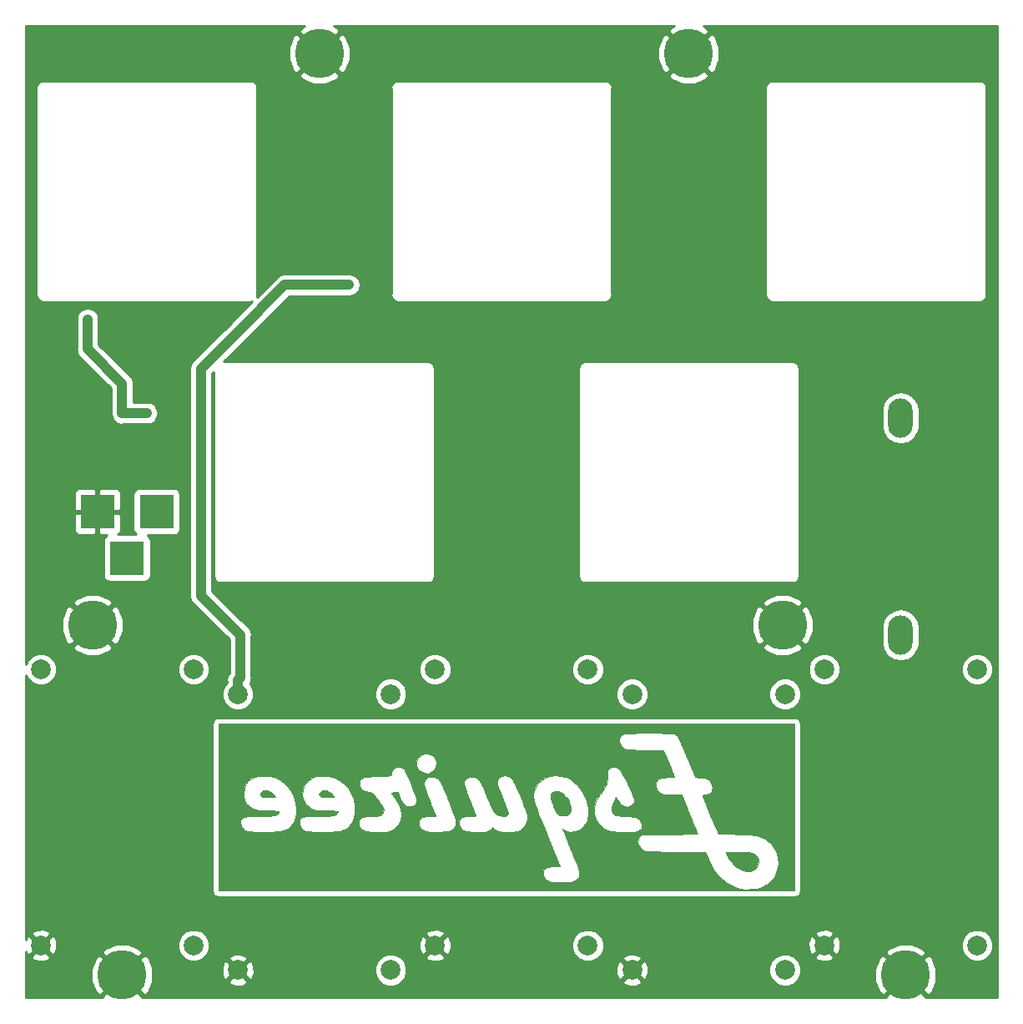
<source format=gbr>
G04 #@! TF.GenerationSoftware,KiCad,Pcbnew,(5.0.0)*
G04 #@! TF.CreationDate,2020-03-19T17:01:02-04:00*
G04 #@! TF.ProjectId,Grow_Lamp,47726F775F4C616D702E6B696361645F,rev?*
G04 #@! TF.SameCoordinates,Original*
G04 #@! TF.FileFunction,Copper,L2,Bot,Signal*
G04 #@! TF.FilePolarity,Positive*
%FSLAX46Y46*%
G04 Gerber Fmt 4.6, Leading zero omitted, Abs format (unit mm)*
G04 Created by KiCad (PCBNEW (5.0.0)) date 03/19/20 17:01:02*
%MOMM*%
%LPD*%
G01*
G04 APERTURE LIST*
G04 #@! TA.AperFunction,EtchedComponent*
%ADD10C,0.010000*%
G04 #@! TD*
G04 #@! TA.AperFunction,ComponentPad*
%ADD11C,2.000000*%
G04 #@! TD*
G04 #@! TA.AperFunction,ComponentPad*
%ADD12O,2.500000X4.000000*%
G04 #@! TD*
G04 #@! TA.AperFunction,ComponentPad*
%ADD13R,3.500000X3.500000*%
G04 #@! TD*
G04 #@! TA.AperFunction,ComponentPad*
%ADD14C,5.000000*%
G04 #@! TD*
G04 #@! TA.AperFunction,BGAPad,CuDef*
%ADD15C,1.524000*%
G04 #@! TD*
G04 #@! TA.AperFunction,ViaPad*
%ADD16C,0.800000*%
G04 #@! TD*
G04 #@! TA.AperFunction,Conductor*
%ADD17C,1.000000*%
G04 #@! TD*
G04 #@! TA.AperFunction,Conductor*
%ADD18C,0.254000*%
G04 #@! TD*
G04 APERTURE END LIST*
D10*
G04 #@! TO.C,G\002A\002A\002A*
G36*
X114790563Y-133299139D02*
X114612125Y-133410814D01*
X114553407Y-133489624D01*
X114504838Y-133654713D01*
X114562779Y-133793972D01*
X114726430Y-133912613D01*
X114838403Y-133943882D01*
X115018060Y-133966421D01*
X115238561Y-133980074D01*
X115473066Y-133984686D01*
X115694736Y-133980100D01*
X115876732Y-133966160D01*
X115992214Y-133942710D01*
X116019111Y-133920129D01*
X115974812Y-133823003D01*
X115859905Y-133692189D01*
X115701376Y-133550738D01*
X115526213Y-133421702D01*
X115361402Y-133328130D01*
X115297296Y-133303582D01*
X115026669Y-133261465D01*
X114790563Y-133299139D01*
X114790563Y-133299139D01*
G37*
X114790563Y-133299139D02*
X114612125Y-133410814D01*
X114553407Y-133489624D01*
X114504838Y-133654713D01*
X114562779Y-133793972D01*
X114726430Y-133912613D01*
X114838403Y-133943882D01*
X115018060Y-133966421D01*
X115238561Y-133980074D01*
X115473066Y-133984686D01*
X115694736Y-133980100D01*
X115876732Y-133966160D01*
X115992214Y-133942710D01*
X116019111Y-133920129D01*
X115974812Y-133823003D01*
X115859905Y-133692189D01*
X115701376Y-133550738D01*
X115526213Y-133421702D01*
X115361402Y-133328130D01*
X115297296Y-133303582D01*
X115026669Y-133261465D01*
X114790563Y-133299139D01*
G36*
X120773674Y-133299139D02*
X120595236Y-133410814D01*
X120536518Y-133489624D01*
X120487949Y-133654713D01*
X120545890Y-133793972D01*
X120709541Y-133912613D01*
X120821514Y-133943882D01*
X121001171Y-133966421D01*
X121221672Y-133980074D01*
X121456177Y-133984686D01*
X121677847Y-133980100D01*
X121859843Y-133966160D01*
X121975325Y-133942710D01*
X122002222Y-133920129D01*
X121957923Y-133823003D01*
X121843016Y-133692189D01*
X121684487Y-133550738D01*
X121509324Y-133421702D01*
X121344513Y-133328130D01*
X121280408Y-133303582D01*
X121009780Y-133261465D01*
X120773674Y-133299139D01*
X120773674Y-133299139D01*
G37*
X120773674Y-133299139D02*
X120595236Y-133410814D01*
X120536518Y-133489624D01*
X120487949Y-133654713D01*
X120545890Y-133793972D01*
X120709541Y-133912613D01*
X120821514Y-133943882D01*
X121001171Y-133966421D01*
X121221672Y-133980074D01*
X121456177Y-133984686D01*
X121677847Y-133980100D01*
X121859843Y-133966160D01*
X121975325Y-133942710D01*
X122002222Y-133920129D01*
X121957923Y-133823003D01*
X121843016Y-133692189D01*
X121684487Y-133550738D01*
X121509324Y-133421702D01*
X121344513Y-133328130D01*
X121280408Y-133303582D01*
X121009780Y-133261465D01*
X120773674Y-133299139D01*
G36*
X144433928Y-133389887D02*
X144272286Y-133442999D01*
X144107132Y-133538489D01*
X144003910Y-133668646D01*
X143962498Y-133844886D01*
X143982771Y-134078626D01*
X144064606Y-134381280D01*
X144207879Y-134764266D01*
X144256708Y-134882042D01*
X144403247Y-135217394D01*
X144527756Y-135461328D01*
X144645492Y-135628976D01*
X144771718Y-135735471D01*
X144921691Y-135795947D01*
X145110672Y-135825537D01*
X145215608Y-135832984D01*
X145444238Y-135835763D01*
X145606162Y-135807819D01*
X145745199Y-135741407D01*
X145749708Y-135738593D01*
X145893392Y-135608695D01*
X145966089Y-135467418D01*
X145999081Y-135326608D01*
X146022179Y-135240144D01*
X146026312Y-135121428D01*
X145999990Y-134933402D01*
X145951445Y-134712808D01*
X145888908Y-134496388D01*
X145820610Y-134320885D01*
X145812630Y-134304735D01*
X145660007Y-134065537D01*
X145454939Y-133823313D01*
X145230820Y-133613275D01*
X145022230Y-133471243D01*
X144728350Y-133374865D01*
X144433928Y-133389887D01*
X144433928Y-133389887D01*
G37*
X144433928Y-133389887D02*
X144272286Y-133442999D01*
X144107132Y-133538489D01*
X144003910Y-133668646D01*
X143962498Y-133844886D01*
X143982771Y-134078626D01*
X144064606Y-134381280D01*
X144207879Y-134764266D01*
X144256708Y-134882042D01*
X144403247Y-135217394D01*
X144527756Y-135461328D01*
X144645492Y-135628976D01*
X144771718Y-135735471D01*
X144921691Y-135795947D01*
X145110672Y-135825537D01*
X145215608Y-135832984D01*
X145444238Y-135835763D01*
X145606162Y-135807819D01*
X145745199Y-135741407D01*
X145749708Y-135738593D01*
X145893392Y-135608695D01*
X145966089Y-135467418D01*
X145999081Y-135326608D01*
X146022179Y-135240144D01*
X146026312Y-135121428D01*
X145999990Y-134933402D01*
X145951445Y-134712808D01*
X145888908Y-134496388D01*
X145820610Y-134320885D01*
X145812630Y-134304735D01*
X145660007Y-134065537D01*
X145454939Y-133823313D01*
X145230820Y-133613275D01*
X145022230Y-133471243D01*
X144728350Y-133374865D01*
X144433928Y-133389887D01*
G36*
X162563775Y-139517113D02*
X162254997Y-139521463D01*
X162004429Y-139528127D01*
X161828631Y-139536623D01*
X161744165Y-139546473D01*
X161739111Y-139549635D01*
X161771089Y-139653899D01*
X161856834Y-139823285D01*
X161981061Y-140033605D01*
X162128486Y-140260673D01*
X162283824Y-140480302D01*
X162431793Y-140668307D01*
X162482430Y-140725903D01*
X162814837Y-141031050D01*
X163178589Y-141263997D01*
X163555076Y-141417672D01*
X163925689Y-141485008D01*
X164271821Y-141458933D01*
X164353337Y-141436676D01*
X164644506Y-141292756D01*
X164863808Y-141081880D01*
X165005569Y-140824347D01*
X165064117Y-140540458D01*
X165033778Y-140250512D01*
X164908879Y-139974810D01*
X164799911Y-139838784D01*
X164687901Y-139739568D01*
X164553918Y-139662190D01*
X164383444Y-139604160D01*
X164161962Y-139562990D01*
X163874954Y-139536193D01*
X163507902Y-139521278D01*
X163046288Y-139515759D01*
X162914200Y-139515556D01*
X162563775Y-139517113D01*
X162563775Y-139517113D01*
G37*
X162563775Y-139517113D02*
X162254997Y-139521463D01*
X162004429Y-139528127D01*
X161828631Y-139536623D01*
X161744165Y-139546473D01*
X161739111Y-139549635D01*
X161771089Y-139653899D01*
X161856834Y-139823285D01*
X161981061Y-140033605D01*
X162128486Y-140260673D01*
X162283824Y-140480302D01*
X162431793Y-140668307D01*
X162482430Y-140725903D01*
X162814837Y-141031050D01*
X163178589Y-141263997D01*
X163555076Y-141417672D01*
X163925689Y-141485008D01*
X164271821Y-141458933D01*
X164353337Y-141436676D01*
X164644506Y-141292756D01*
X164863808Y-141081880D01*
X165005569Y-140824347D01*
X165064117Y-140540458D01*
X165033778Y-140250512D01*
X164908879Y-139974810D01*
X164799911Y-139838784D01*
X164687901Y-139739568D01*
X164553918Y-139662190D01*
X164383444Y-139604160D01*
X164161962Y-139562990D01*
X163874954Y-139536193D01*
X163507902Y-139521278D01*
X163046288Y-139515759D01*
X162914200Y-139515556D01*
X162563775Y-139517113D01*
G36*
X110261778Y-143466667D02*
X168738222Y-143466667D01*
X168738222Y-140630773D01*
X167072443Y-140630773D01*
X167018023Y-141131595D01*
X166875094Y-141612789D01*
X166645388Y-142060230D01*
X166330639Y-142459795D01*
X165932582Y-142797359D01*
X165863557Y-142843210D01*
X165419804Y-143066954D01*
X164909932Y-143219450D01*
X164357373Y-143298187D01*
X163785561Y-143300651D01*
X163217928Y-143224331D01*
X162944393Y-143156246D01*
X162344454Y-142923427D01*
X161770831Y-142582195D01*
X161226877Y-142134666D01*
X161052940Y-141962450D01*
X160823174Y-141706459D01*
X160614609Y-141430683D01*
X160413627Y-141113514D01*
X160206609Y-140733346D01*
X159979936Y-140268569D01*
X159964420Y-140235392D01*
X159631031Y-139521001D01*
X156635182Y-139504167D01*
X153639334Y-139487334D01*
X153374911Y-139331894D01*
X153099696Y-139126616D01*
X152924693Y-138886758D01*
X152838708Y-138595990D01*
X152832095Y-138539879D01*
X152845621Y-138244768D01*
X152942240Y-138004316D01*
X153114658Y-137835119D01*
X153150757Y-137814751D01*
X153207374Y-137796297D01*
X153305714Y-137780528D01*
X153454373Y-137767167D01*
X153661944Y-137755939D01*
X153937023Y-137746570D01*
X154288204Y-137738783D01*
X154724081Y-137732305D01*
X155253249Y-137726860D01*
X155884303Y-137722172D01*
X156080556Y-137720957D01*
X156628741Y-137717130D01*
X157141071Y-137712483D01*
X157606779Y-137707189D01*
X158015098Y-137701421D01*
X158355258Y-137695352D01*
X158616493Y-137689157D01*
X158788033Y-137683008D01*
X158859112Y-137677079D01*
X158860445Y-137676197D01*
X158840005Y-137619305D01*
X158781773Y-137469418D01*
X158690380Y-137238157D01*
X158570457Y-136937142D01*
X158521522Y-136814942D01*
X153226312Y-136814942D01*
X153179862Y-137074308D01*
X153039520Y-137277541D01*
X152815602Y-137409814D01*
X152670029Y-137438688D01*
X152434647Y-137460159D01*
X152132284Y-137474327D01*
X151785773Y-137481288D01*
X151417942Y-137481140D01*
X151051621Y-137473981D01*
X150709641Y-137459908D01*
X150414832Y-137439020D01*
X150190023Y-137411414D01*
X150123890Y-137398295D01*
X149754453Y-137288589D01*
X149446937Y-137138959D01*
X149151265Y-136923630D01*
X149076223Y-136859065D01*
X148786217Y-136560942D01*
X148582996Y-136243748D01*
X148451203Y-135901526D01*
X148397231Y-135617352D01*
X147787934Y-135617352D01*
X147770906Y-135903312D01*
X147741439Y-136115407D01*
X147691490Y-136292576D01*
X147613014Y-136473758D01*
X147609543Y-136480873D01*
X147380143Y-136839357D01*
X147087823Y-137124089D01*
X146749241Y-137328672D01*
X146381054Y-137446710D01*
X145999917Y-137471804D01*
X145622489Y-137397558D01*
X145432298Y-137317095D01*
X145197745Y-137197435D01*
X145288421Y-137411051D01*
X145330672Y-137513008D01*
X145409628Y-137705889D01*
X145519701Y-137975953D01*
X145655302Y-138309458D01*
X145810841Y-138692661D01*
X145980731Y-139111821D01*
X146121321Y-139459111D01*
X146319745Y-139950715D01*
X146479431Y-140350359D01*
X146604564Y-140670495D01*
X146699331Y-140923575D01*
X146767916Y-141122049D01*
X146814505Y-141278368D01*
X146843285Y-141404983D01*
X146858439Y-141514347D01*
X146864155Y-141618908D01*
X146864774Y-141670699D01*
X146860449Y-141881698D01*
X146837812Y-142019451D01*
X146784914Y-142123425D01*
X146696667Y-142225890D01*
X146569322Y-142350308D01*
X146442981Y-142445093D01*
X146300407Y-142513945D01*
X146124363Y-142560564D01*
X145897611Y-142588651D01*
X145602913Y-142601904D01*
X145223032Y-142604026D01*
X144946889Y-142601493D01*
X144591244Y-142596153D01*
X144327560Y-142588383D01*
X144134909Y-142575619D01*
X143992363Y-142555297D01*
X143878993Y-142524850D01*
X143773873Y-142481715D01*
X143708045Y-142449677D01*
X143449706Y-142289426D01*
X143289057Y-142106903D01*
X143210897Y-141879484D01*
X143197111Y-141689075D01*
X143225797Y-141447031D01*
X143318053Y-141261877D01*
X143483178Y-141128282D01*
X143730469Y-141040914D01*
X144069224Y-140994443D01*
X144428309Y-140983111D01*
X144903962Y-140983111D01*
X144314337Y-139529667D01*
X143959790Y-138655440D01*
X143645506Y-137879096D01*
X143369281Y-137193920D01*
X143128911Y-136593200D01*
X142937049Y-136107803D01*
X141626078Y-136107803D01*
X141558530Y-136483798D01*
X141396508Y-136823098D01*
X141149144Y-137110261D01*
X140825570Y-137329842D01*
X140572810Y-137430817D01*
X140466677Y-137446557D01*
X140272341Y-137460244D01*
X140014486Y-137470678D01*
X139717795Y-137476660D01*
X139612889Y-137477465D01*
X139277345Y-137476954D01*
X139031269Y-137470375D01*
X138851302Y-137455301D01*
X138714083Y-137429300D01*
X138596250Y-137389943D01*
X138540445Y-137365924D01*
X138361066Y-137272352D01*
X138207326Y-137171796D01*
X138164270Y-137136080D01*
X138042096Y-137021389D01*
X137978938Y-137139399D01*
X137889931Y-137238635D01*
X137744677Y-137342576D01*
X137694139Y-137370482D01*
X137596963Y-137413805D01*
X137488782Y-137444575D01*
X137348903Y-137464865D01*
X137156633Y-137476743D01*
X136891276Y-137482281D01*
X136563910Y-137483556D01*
X136232726Y-137479547D01*
X135921070Y-137468497D01*
X135655506Y-137451871D01*
X135462593Y-137431136D01*
X135400341Y-137419350D01*
X135139385Y-137309975D01*
X134928292Y-137138122D01*
X134774606Y-136924141D01*
X134685874Y-136688380D01*
X134677682Y-136568681D01*
X134376682Y-136568681D01*
X134366016Y-136691166D01*
X134334809Y-136799625D01*
X134290027Y-136897572D01*
X134170129Y-137083168D01*
X134016147Y-137227293D01*
X133814266Y-137334380D01*
X133550672Y-137408858D01*
X133211550Y-137455160D01*
X132783086Y-137477715D01*
X132468801Y-137481713D01*
X132035166Y-137477660D01*
X131700298Y-137462891D01*
X131450497Y-137436468D01*
X131281188Y-137400216D01*
X130994508Y-137268629D01*
X130776734Y-137075191D01*
X130637725Y-136838715D01*
X130587343Y-136578013D01*
X130635448Y-136311899D01*
X130670194Y-136234528D01*
X130767928Y-136100026D01*
X130911122Y-136004841D01*
X131116610Y-135943773D01*
X131401228Y-135911622D01*
X131743115Y-135903111D01*
X132020874Y-135899894D01*
X132199811Y-135889097D01*
X132293840Y-135869005D01*
X132316875Y-135837902D01*
X132315221Y-135832556D01*
X132050479Y-135173916D01*
X131825655Y-134611290D01*
X131700472Y-134294793D01*
X130356665Y-134294793D01*
X130342808Y-134431003D01*
X130298914Y-134543268D01*
X130267907Y-134592652D01*
X130082737Y-134762633D01*
X129824633Y-134863270D01*
X129596966Y-134887111D01*
X129364234Y-134849360D01*
X129157924Y-134730271D01*
X128969207Y-134521086D01*
X128789250Y-134213052D01*
X128683727Y-133981682D01*
X128469601Y-133476000D01*
X128107667Y-133476000D01*
X127910735Y-133480779D01*
X127810418Y-133497560D01*
X127790754Y-133530012D01*
X127800590Y-133546556D01*
X127859395Y-133622254D01*
X127967021Y-133760852D01*
X128103063Y-133936073D01*
X128143498Y-133988157D01*
X128451342Y-134428853D01*
X128663250Y-134840706D01*
X128785892Y-135241947D01*
X128825939Y-135650807D01*
X128819297Y-135835288D01*
X128739418Y-136276047D01*
X128573091Y-136668649D01*
X128330013Y-136998723D01*
X128019880Y-137251897D01*
X127784130Y-137369510D01*
X127665819Y-137409796D01*
X127534942Y-137439099D01*
X127371425Y-137459140D01*
X127155197Y-137471643D01*
X126866186Y-137478328D01*
X126485689Y-137480916D01*
X126049245Y-137478540D01*
X125710328Y-137468249D01*
X125453793Y-137449103D01*
X125264494Y-137420162D01*
X125185188Y-137400216D01*
X124898508Y-137268629D01*
X124680734Y-137075191D01*
X124541725Y-136838715D01*
X124491343Y-136578013D01*
X124539448Y-136311899D01*
X124574194Y-136234528D01*
X124664856Y-136106038D01*
X124794867Y-136013621D01*
X124981129Y-135952347D01*
X125240545Y-135917288D01*
X125590017Y-135903514D01*
X125711632Y-135902796D01*
X126103999Y-135895453D01*
X126401248Y-135871355D01*
X126620394Y-135826764D01*
X126778453Y-135757944D01*
X126892444Y-135661157D01*
X126910322Y-135639555D01*
X127009280Y-135438950D01*
X127017064Y-135200686D01*
X126962076Y-135019390D01*
X124134821Y-135019390D01*
X124125356Y-135594385D01*
X124034820Y-136091144D01*
X123862534Y-136510682D01*
X123607820Y-136854015D01*
X123270002Y-137122158D01*
X122848401Y-137316125D01*
X122545864Y-137399312D01*
X122370005Y-137424341D01*
X122106203Y-137444970D01*
X121775081Y-137461075D01*
X121397264Y-137472532D01*
X120993372Y-137479217D01*
X120584031Y-137481008D01*
X120189862Y-137477780D01*
X119831489Y-137469410D01*
X119529534Y-137455774D01*
X119304622Y-137436750D01*
X119200785Y-137419350D01*
X118938142Y-137310494D01*
X118728265Y-137141527D01*
X118576860Y-136931954D01*
X118489629Y-136701280D01*
X118472278Y-136469011D01*
X118530509Y-136254651D01*
X118670028Y-136077705D01*
X118786290Y-136001977D01*
X118864260Y-135969360D01*
X118961849Y-135944671D01*
X119094795Y-135926855D01*
X119278838Y-135914855D01*
X119529718Y-135907617D01*
X119863174Y-135904084D01*
X120258852Y-135903199D01*
X120778167Y-135900535D01*
X121197061Y-135891570D01*
X121527901Y-135874723D01*
X121783055Y-135848412D01*
X121974892Y-135811058D01*
X122115779Y-135761081D01*
X122218085Y-135696899D01*
X122270334Y-135646156D01*
X122358286Y-135539487D01*
X122400252Y-135460773D01*
X122385342Y-135405765D01*
X122302668Y-135370210D01*
X122141341Y-135349860D01*
X121890475Y-135340464D01*
X121539179Y-135337772D01*
X121480111Y-135337687D01*
X120966220Y-135329454D01*
X120547285Y-135303885D01*
X120206273Y-135257862D01*
X119926149Y-135188263D01*
X119689879Y-135091969D01*
X119568285Y-135019390D01*
X118149624Y-135019390D01*
X118141950Y-135593267D01*
X118052433Y-136089634D01*
X117880536Y-136509298D01*
X117625721Y-136853064D01*
X117287450Y-137121740D01*
X116865187Y-137316130D01*
X116562753Y-137399312D01*
X116386893Y-137424341D01*
X116123092Y-137444970D01*
X115791970Y-137461075D01*
X115414152Y-137472532D01*
X115010261Y-137479217D01*
X114600920Y-137481008D01*
X114206751Y-137477780D01*
X113848378Y-137469410D01*
X113546423Y-137455774D01*
X113321511Y-137436750D01*
X113217674Y-137419350D01*
X112933645Y-137299054D01*
X112710279Y-137108130D01*
X112560461Y-136867300D01*
X112497075Y-136597285D01*
X112533004Y-136318806D01*
X112533130Y-136318419D01*
X112580148Y-136196834D01*
X112641383Y-136101477D01*
X112730068Y-136029194D01*
X112859434Y-135976833D01*
X113042715Y-135941240D01*
X113293141Y-135919263D01*
X113623946Y-135907750D01*
X114048362Y-135903546D01*
X114275741Y-135903199D01*
X114795056Y-135900535D01*
X115213950Y-135891570D01*
X115544790Y-135874723D01*
X115799944Y-135848412D01*
X115991781Y-135811058D01*
X116132668Y-135761081D01*
X116234974Y-135696899D01*
X116287222Y-135646156D01*
X116375175Y-135539487D01*
X116417141Y-135460773D01*
X116402231Y-135405765D01*
X116319556Y-135370210D01*
X116158230Y-135349860D01*
X115907364Y-135340464D01*
X115556068Y-135337772D01*
X115497000Y-135337687D01*
X115006237Y-135329502D01*
X114594927Y-135306664D01*
X114276877Y-135270064D01*
X114185360Y-135253161D01*
X113750997Y-135110518D01*
X113391294Y-134888353D01*
X113112406Y-134596869D01*
X112920486Y-134246272D01*
X112821691Y-133846767D01*
X112822176Y-133408558D01*
X112882515Y-133093071D01*
X113041276Y-132709558D01*
X113294259Y-132377871D01*
X113630786Y-132108124D01*
X114040178Y-131910434D01*
X114177869Y-131866037D01*
X114465812Y-131812791D01*
X114820393Y-131790972D01*
X115200213Y-131799272D01*
X115563874Y-131836378D01*
X115869975Y-131900982D01*
X115933568Y-131921601D01*
X116439551Y-132160607D01*
X116910001Y-132500734D01*
X117333905Y-132932909D01*
X117606576Y-133299707D01*
X117852802Y-133731373D01*
X118019439Y-134172463D01*
X118117330Y-134657319D01*
X118149624Y-135019390D01*
X119568285Y-135019390D01*
X119491138Y-134973342D01*
X119190450Y-134715461D01*
X118981007Y-134413212D01*
X118865404Y-134120699D01*
X118790190Y-133689044D01*
X118819134Y-133261317D01*
X118948811Y-132858100D01*
X119124422Y-132564812D01*
X119415250Y-132248644D01*
X119753193Y-132018336D01*
X120149112Y-131869611D01*
X120613869Y-131798196D01*
X121079169Y-131795458D01*
X121494665Y-131831472D01*
X121840262Y-131904014D01*
X122156428Y-132025875D01*
X122483628Y-132209844D01*
X122572531Y-132267461D01*
X123069191Y-132660493D01*
X123476125Y-133120064D01*
X123789561Y-133639529D01*
X124005726Y-134212246D01*
X124120850Y-134831569D01*
X124134821Y-135019390D01*
X126962076Y-135019390D01*
X126932154Y-134920739D01*
X126753034Y-134595085D01*
X126478183Y-134219700D01*
X126290101Y-133995673D01*
X126102498Y-133782152D01*
X125967318Y-133638444D01*
X125862940Y-133549148D01*
X125767746Y-133498859D01*
X125660116Y-133472176D01*
X125531518Y-133455235D01*
X125210522Y-133388069D01*
X124942860Y-133274129D01*
X124751548Y-133124868D01*
X124689336Y-133036051D01*
X124582768Y-132742646D01*
X124567067Y-132467328D01*
X124638334Y-132228085D01*
X124792671Y-132042909D01*
X124921191Y-131966265D01*
X125015569Y-131933578D01*
X125144150Y-131907496D01*
X125321917Y-131886770D01*
X125563855Y-131870152D01*
X125884945Y-131856393D01*
X126300173Y-131844245D01*
X126421181Y-131841296D01*
X126852824Y-131830235D01*
X127184699Y-131818338D01*
X127429912Y-131803073D01*
X127601571Y-131781910D01*
X127712785Y-131752317D01*
X127776659Y-131711765D01*
X127806302Y-131657721D01*
X127814821Y-131587656D01*
X127815136Y-131572142D01*
X127852115Y-131400470D01*
X127942123Y-131209527D01*
X128059249Y-131045305D01*
X128158860Y-130962054D01*
X128409930Y-130884820D01*
X128675971Y-130888530D01*
X128915374Y-130969931D01*
X128999478Y-131027767D01*
X129072929Y-131094150D01*
X129140034Y-131169276D01*
X129207066Y-131265812D01*
X129280300Y-131396427D01*
X129366008Y-131573790D01*
X129470464Y-131810569D01*
X129599942Y-132119432D01*
X129760715Y-132513047D01*
X129875184Y-132796093D01*
X130054461Y-133248517D01*
X130189384Y-133611500D01*
X130282816Y-133898141D01*
X130337622Y-134121539D01*
X130356665Y-134294793D01*
X131700472Y-134294793D01*
X131637771Y-134136269D01*
X131483850Y-133740447D01*
X131360913Y-133415416D01*
X131265983Y-133152767D01*
X131196082Y-132944093D01*
X131148232Y-132780986D01*
X131119455Y-132655038D01*
X131106773Y-132557842D01*
X131107209Y-132480990D01*
X131113051Y-132438306D01*
X131202169Y-132233147D01*
X131370954Y-132049045D01*
X131586794Y-131918781D01*
X131652540Y-131896038D01*
X131874972Y-131874167D01*
X132135066Y-131908660D01*
X132378822Y-131989986D01*
X132470419Y-132040384D01*
X132549088Y-132101254D01*
X132627287Y-132184991D01*
X132710009Y-132301656D01*
X132802245Y-132461308D01*
X132908990Y-132674010D01*
X133035235Y-132949822D01*
X133185974Y-133298805D01*
X133366198Y-133731020D01*
X133580901Y-134256527D01*
X133628816Y-134374689D01*
X133844396Y-134909979D01*
X134018821Y-135352587D01*
X134155035Y-135713750D01*
X134255983Y-136004705D01*
X134324610Y-136236687D01*
X134363861Y-136420933D01*
X134376682Y-136568681D01*
X134677682Y-136568681D01*
X134669639Y-136451188D01*
X134733448Y-136232914D01*
X134884845Y-136053905D01*
X134892021Y-136048454D01*
X134981639Y-135994530D01*
X135096832Y-135956841D01*
X135261874Y-135930960D01*
X135501039Y-135912462D01*
X135689180Y-135903111D01*
X135947658Y-135888653D01*
X136163351Y-135870815D01*
X136312012Y-135851983D01*
X136368278Y-135836337D01*
X136357943Y-135776095D01*
X136309683Y-135624997D01*
X136228480Y-135396604D01*
X136119315Y-135104477D01*
X135987168Y-134762178D01*
X135837021Y-134383267D01*
X135808514Y-134312337D01*
X135613141Y-133822652D01*
X135459739Y-133424397D01*
X135345535Y-133105355D01*
X135267758Y-132853314D01*
X135223636Y-132656059D01*
X135210395Y-132501376D01*
X135225265Y-132377049D01*
X135265472Y-132270865D01*
X135323825Y-132176776D01*
X135511250Y-132003322D01*
X135759005Y-131897162D01*
X136028401Y-131871368D01*
X136162084Y-131893484D01*
X136439311Y-132020003D01*
X136699662Y-132234866D01*
X136914657Y-132514122D01*
X136928911Y-132538297D01*
X136987600Y-132655535D01*
X137080397Y-132859930D01*
X137199655Y-133133757D01*
X137337729Y-133459291D01*
X137486972Y-133818805D01*
X137586922Y-134063732D01*
X137774023Y-134520062D01*
X137929959Y-134882976D01*
X138063202Y-135164758D01*
X138182223Y-135377694D01*
X138295493Y-135534068D01*
X138411484Y-135646166D01*
X138538667Y-135726272D01*
X138685514Y-135786672D01*
X138799634Y-135822382D01*
X139093104Y-135879157D01*
X139338722Y-135871189D01*
X139522648Y-135803817D01*
X139631042Y-135682385D01*
X139650064Y-135512232D01*
X139647043Y-135495324D01*
X139615016Y-135388347D01*
X139547787Y-135199003D01*
X139453525Y-134949147D01*
X139340403Y-134660638D01*
X139265403Y-134474452D01*
X139056190Y-133958658D01*
X138887271Y-133535804D01*
X138755605Y-133194590D01*
X138658149Y-132923716D01*
X138591863Y-132711882D01*
X138553707Y-132547787D01*
X138540639Y-132420132D01*
X138549618Y-132317616D01*
X138577603Y-132228940D01*
X138621554Y-132142803D01*
X138632762Y-132123582D01*
X138812596Y-131923979D01*
X139064556Y-131810660D01*
X139316918Y-131782667D01*
X139594235Y-131822705D01*
X139841157Y-131950010D01*
X140076220Y-132175367D01*
X140149986Y-132267354D01*
X140217098Y-132380258D01*
X140317541Y-132581571D01*
X140444209Y-132854305D01*
X140589997Y-133181471D01*
X140747800Y-133546080D01*
X140910512Y-133931143D01*
X141071029Y-134319672D01*
X141222245Y-134694676D01*
X141357055Y-135039168D01*
X141468353Y-135336158D01*
X141549036Y-135568658D01*
X141590018Y-135710560D01*
X141626078Y-136107803D01*
X142937049Y-136107803D01*
X142922193Y-136070219D01*
X142746923Y-135618266D01*
X142600897Y-135230624D01*
X142481911Y-134900581D01*
X142387763Y-134621422D01*
X142316248Y-134386434D01*
X142265162Y-134188901D01*
X142232302Y-134022111D01*
X142215464Y-133879349D01*
X142212444Y-133753900D01*
X142221039Y-133639052D01*
X142239045Y-133528089D01*
X142264257Y-133414298D01*
X142282542Y-133339384D01*
X142445970Y-132893758D01*
X142695881Y-132516813D01*
X143025964Y-132212941D01*
X143429906Y-131986536D01*
X143901395Y-131841991D01*
X144434118Y-131783700D01*
X144519257Y-131782667D01*
X145031474Y-131816084D01*
X145484741Y-131922727D01*
X145901072Y-132112180D01*
X146302481Y-132394027D01*
X146642011Y-132706941D01*
X147067874Y-133214550D01*
X147400046Y-133776031D01*
X147633681Y-134379073D01*
X147763932Y-135011367D01*
X147787934Y-135617352D01*
X148397231Y-135617352D01*
X148372816Y-135488805D01*
X148383334Y-135066206D01*
X148485338Y-134624829D01*
X148681409Y-134155775D01*
X148974126Y-133650143D01*
X149198851Y-133323250D01*
X149405885Y-133030747D01*
X149552637Y-132799696D01*
X149648856Y-132603008D01*
X149704291Y-132413594D01*
X149728691Y-132204366D01*
X149731805Y-131948234D01*
X149729802Y-131847929D01*
X149715742Y-131264081D01*
X149914891Y-131064932D01*
X150038011Y-130950497D01*
X150140551Y-130894830D01*
X150269784Y-130881883D01*
X150425467Y-130891609D01*
X150577588Y-130911790D01*
X150711203Y-130952081D01*
X150834624Y-131022937D01*
X150956161Y-131134812D01*
X151084126Y-131298162D01*
X151226831Y-131523442D01*
X151392586Y-131821108D01*
X151589703Y-132201614D01*
X151798369Y-132618651D01*
X152023543Y-133076905D01*
X152199257Y-133447611D01*
X152328694Y-133743083D01*
X152415043Y-133975634D01*
X152461488Y-134157577D01*
X152471217Y-134301224D01*
X152447414Y-134418889D01*
X152393268Y-134522885D01*
X152316377Y-134620515D01*
X152077926Y-134823389D01*
X151821239Y-134920448D01*
X151557891Y-134914763D01*
X151299456Y-134809401D01*
X151057506Y-134607430D01*
X150843616Y-134311920D01*
X150792126Y-134216389D01*
X150633409Y-133902508D01*
X150391555Y-134380699D01*
X150229543Y-134748384D01*
X150150426Y-135052594D01*
X150152716Y-135304839D01*
X150234923Y-135516632D01*
X150242946Y-135529195D01*
X150333249Y-135639142D01*
X150452454Y-135723847D01*
X150616479Y-135787460D01*
X150841243Y-135834129D01*
X151142664Y-135868003D01*
X151536659Y-135893230D01*
X151662416Y-135899162D01*
X152061888Y-135920863D01*
X152361062Y-135946508D01*
X152572504Y-135977610D01*
X152708778Y-136015680D01*
X152736356Y-136028410D01*
X152994867Y-136220476D01*
X153159191Y-136473016D01*
X153225239Y-136779465D01*
X153226312Y-136814942D01*
X158521522Y-136814942D01*
X158426634Y-136577992D01*
X158263545Y-136172329D01*
X158085818Y-135731771D01*
X158062837Y-135674907D01*
X157265228Y-133701778D01*
X156367255Y-133701778D01*
X156015948Y-133700076D01*
X155756991Y-133693640D01*
X155569881Y-133680475D01*
X155434112Y-133658587D01*
X155329179Y-133625982D01*
X155259863Y-133594058D01*
X154969210Y-133395206D01*
X154763973Y-133149822D01*
X154650935Y-132873730D01*
X154636873Y-132582757D01*
X154714498Y-132321129D01*
X154789336Y-132196945D01*
X154890538Y-132105718D01*
X155036231Y-132041445D01*
X155244543Y-131998122D01*
X155533602Y-131969745D01*
X155821981Y-131954328D01*
X156537073Y-131923778D01*
X155986707Y-130569111D01*
X155977471Y-130546376D01*
X132388000Y-130546376D01*
X132338248Y-130869876D01*
X132200700Y-131142275D01*
X131992920Y-131353013D01*
X131732473Y-131491528D01*
X131436920Y-131547258D01*
X131123827Y-131509642D01*
X130918749Y-131429889D01*
X130654486Y-131240954D01*
X130474884Y-130997437D01*
X130380230Y-130719751D01*
X130370808Y-130428311D01*
X130446906Y-130143531D01*
X130608809Y-129885827D01*
X130856801Y-129675612D01*
X130893892Y-129653677D01*
X131194893Y-129540691D01*
X131496727Y-129528224D01*
X131781353Y-129605496D01*
X132030726Y-129761725D01*
X132226802Y-129986132D01*
X132351540Y-130267936D01*
X132388000Y-130546376D01*
X155977471Y-130546376D01*
X155436342Y-129214445D01*
X153545802Y-129186222D01*
X151655261Y-129158000D01*
X151426469Y-129006502D01*
X151210981Y-128809520D01*
X151056839Y-128559552D01*
X150973850Y-128285569D01*
X150971822Y-128016541D01*
X151029737Y-127834646D01*
X151124536Y-127715231D01*
X151268260Y-127598521D01*
X151297016Y-127580646D01*
X151348461Y-127552575D01*
X151405475Y-127529438D01*
X151478830Y-127510759D01*
X151579301Y-127496062D01*
X151717664Y-127484870D01*
X151904692Y-127476707D01*
X152151160Y-127471097D01*
X152467842Y-127467564D01*
X152865514Y-127465633D01*
X153354950Y-127464825D01*
X153921556Y-127464667D01*
X154546262Y-127464777D01*
X155068365Y-127466174D01*
X155498147Y-127470462D01*
X155845894Y-127479242D01*
X156121889Y-127494118D01*
X156336417Y-127516692D01*
X156499761Y-127548565D01*
X156622207Y-127591342D01*
X156714039Y-127646623D01*
X156785540Y-127716012D01*
X156846995Y-127801112D01*
X156908688Y-127903524D01*
X156925804Y-127932788D01*
X156982248Y-128044496D01*
X157075179Y-128246825D01*
X157198556Y-128525826D01*
X157346337Y-128867550D01*
X157512481Y-129258047D01*
X157690945Y-129683366D01*
X157845494Y-130056221D01*
X158615231Y-131923778D01*
X159125249Y-131960004D01*
X159426855Y-131988335D01*
X159646962Y-132030400D01*
X159816922Y-132096991D01*
X159968086Y-132198900D01*
X160064928Y-132283452D01*
X160260357Y-132513456D01*
X160361204Y-132768792D01*
X160384445Y-133020751D01*
X160370358Y-133220704D01*
X160315222Y-133365596D01*
X160223502Y-133485012D01*
X160117106Y-133588658D01*
X160005392Y-133647614D01*
X159847002Y-133678499D01*
X159712159Y-133690484D01*
X159519622Y-133709000D01*
X159418807Y-133734252D01*
X159388550Y-133774060D01*
X159395240Y-133807582D01*
X159423537Y-133879539D01*
X159489261Y-134043753D01*
X159587430Y-134287863D01*
X159713061Y-134599507D01*
X159861170Y-134966323D01*
X160026774Y-135375948D01*
X160200156Y-135804334D01*
X160971591Y-137709334D01*
X162244351Y-137709381D01*
X163001724Y-137717272D01*
X163657634Y-137742581D01*
X164222523Y-137787848D01*
X164706833Y-137855616D01*
X165121005Y-137948425D01*
X165475480Y-138068818D01*
X165780702Y-138219336D01*
X166047110Y-138402521D01*
X166285147Y-138620915D01*
X166370360Y-138713693D01*
X166687312Y-139151784D01*
X166908821Y-139626743D01*
X167036620Y-140124448D01*
X167072443Y-140630773D01*
X168738222Y-140630773D01*
X168738222Y-126533334D01*
X110261778Y-126533334D01*
X110261778Y-143466667D01*
X110261778Y-143466667D01*
G37*
X110261778Y-143466667D02*
X168738222Y-143466667D01*
X168738222Y-140630773D01*
X167072443Y-140630773D01*
X167018023Y-141131595D01*
X166875094Y-141612789D01*
X166645388Y-142060230D01*
X166330639Y-142459795D01*
X165932582Y-142797359D01*
X165863557Y-142843210D01*
X165419804Y-143066954D01*
X164909932Y-143219450D01*
X164357373Y-143298187D01*
X163785561Y-143300651D01*
X163217928Y-143224331D01*
X162944393Y-143156246D01*
X162344454Y-142923427D01*
X161770831Y-142582195D01*
X161226877Y-142134666D01*
X161052940Y-141962450D01*
X160823174Y-141706459D01*
X160614609Y-141430683D01*
X160413627Y-141113514D01*
X160206609Y-140733346D01*
X159979936Y-140268569D01*
X159964420Y-140235392D01*
X159631031Y-139521001D01*
X156635182Y-139504167D01*
X153639334Y-139487334D01*
X153374911Y-139331894D01*
X153099696Y-139126616D01*
X152924693Y-138886758D01*
X152838708Y-138595990D01*
X152832095Y-138539879D01*
X152845621Y-138244768D01*
X152942240Y-138004316D01*
X153114658Y-137835119D01*
X153150757Y-137814751D01*
X153207374Y-137796297D01*
X153305714Y-137780528D01*
X153454373Y-137767167D01*
X153661944Y-137755939D01*
X153937023Y-137746570D01*
X154288204Y-137738783D01*
X154724081Y-137732305D01*
X155253249Y-137726860D01*
X155884303Y-137722172D01*
X156080556Y-137720957D01*
X156628741Y-137717130D01*
X157141071Y-137712483D01*
X157606779Y-137707189D01*
X158015098Y-137701421D01*
X158355258Y-137695352D01*
X158616493Y-137689157D01*
X158788033Y-137683008D01*
X158859112Y-137677079D01*
X158860445Y-137676197D01*
X158840005Y-137619305D01*
X158781773Y-137469418D01*
X158690380Y-137238157D01*
X158570457Y-136937142D01*
X158521522Y-136814942D01*
X153226312Y-136814942D01*
X153179862Y-137074308D01*
X153039520Y-137277541D01*
X152815602Y-137409814D01*
X152670029Y-137438688D01*
X152434647Y-137460159D01*
X152132284Y-137474327D01*
X151785773Y-137481288D01*
X151417942Y-137481140D01*
X151051621Y-137473981D01*
X150709641Y-137459908D01*
X150414832Y-137439020D01*
X150190023Y-137411414D01*
X150123890Y-137398295D01*
X149754453Y-137288589D01*
X149446937Y-137138959D01*
X149151265Y-136923630D01*
X149076223Y-136859065D01*
X148786217Y-136560942D01*
X148582996Y-136243748D01*
X148451203Y-135901526D01*
X148397231Y-135617352D01*
X147787934Y-135617352D01*
X147770906Y-135903312D01*
X147741439Y-136115407D01*
X147691490Y-136292576D01*
X147613014Y-136473758D01*
X147609543Y-136480873D01*
X147380143Y-136839357D01*
X147087823Y-137124089D01*
X146749241Y-137328672D01*
X146381054Y-137446710D01*
X145999917Y-137471804D01*
X145622489Y-137397558D01*
X145432298Y-137317095D01*
X145197745Y-137197435D01*
X145288421Y-137411051D01*
X145330672Y-137513008D01*
X145409628Y-137705889D01*
X145519701Y-137975953D01*
X145655302Y-138309458D01*
X145810841Y-138692661D01*
X145980731Y-139111821D01*
X146121321Y-139459111D01*
X146319745Y-139950715D01*
X146479431Y-140350359D01*
X146604564Y-140670495D01*
X146699331Y-140923575D01*
X146767916Y-141122049D01*
X146814505Y-141278368D01*
X146843285Y-141404983D01*
X146858439Y-141514347D01*
X146864155Y-141618908D01*
X146864774Y-141670699D01*
X146860449Y-141881698D01*
X146837812Y-142019451D01*
X146784914Y-142123425D01*
X146696667Y-142225890D01*
X146569322Y-142350308D01*
X146442981Y-142445093D01*
X146300407Y-142513945D01*
X146124363Y-142560564D01*
X145897611Y-142588651D01*
X145602913Y-142601904D01*
X145223032Y-142604026D01*
X144946889Y-142601493D01*
X144591244Y-142596153D01*
X144327560Y-142588383D01*
X144134909Y-142575619D01*
X143992363Y-142555297D01*
X143878993Y-142524850D01*
X143773873Y-142481715D01*
X143708045Y-142449677D01*
X143449706Y-142289426D01*
X143289057Y-142106903D01*
X143210897Y-141879484D01*
X143197111Y-141689075D01*
X143225797Y-141447031D01*
X143318053Y-141261877D01*
X143483178Y-141128282D01*
X143730469Y-141040914D01*
X144069224Y-140994443D01*
X144428309Y-140983111D01*
X144903962Y-140983111D01*
X144314337Y-139529667D01*
X143959790Y-138655440D01*
X143645506Y-137879096D01*
X143369281Y-137193920D01*
X143128911Y-136593200D01*
X142937049Y-136107803D01*
X141626078Y-136107803D01*
X141558530Y-136483798D01*
X141396508Y-136823098D01*
X141149144Y-137110261D01*
X140825570Y-137329842D01*
X140572810Y-137430817D01*
X140466677Y-137446557D01*
X140272341Y-137460244D01*
X140014486Y-137470678D01*
X139717795Y-137476660D01*
X139612889Y-137477465D01*
X139277345Y-137476954D01*
X139031269Y-137470375D01*
X138851302Y-137455301D01*
X138714083Y-137429300D01*
X138596250Y-137389943D01*
X138540445Y-137365924D01*
X138361066Y-137272352D01*
X138207326Y-137171796D01*
X138164270Y-137136080D01*
X138042096Y-137021389D01*
X137978938Y-137139399D01*
X137889931Y-137238635D01*
X137744677Y-137342576D01*
X137694139Y-137370482D01*
X137596963Y-137413805D01*
X137488782Y-137444575D01*
X137348903Y-137464865D01*
X137156633Y-137476743D01*
X136891276Y-137482281D01*
X136563910Y-137483556D01*
X136232726Y-137479547D01*
X135921070Y-137468497D01*
X135655506Y-137451871D01*
X135462593Y-137431136D01*
X135400341Y-137419350D01*
X135139385Y-137309975D01*
X134928292Y-137138122D01*
X134774606Y-136924141D01*
X134685874Y-136688380D01*
X134677682Y-136568681D01*
X134376682Y-136568681D01*
X134366016Y-136691166D01*
X134334809Y-136799625D01*
X134290027Y-136897572D01*
X134170129Y-137083168D01*
X134016147Y-137227293D01*
X133814266Y-137334380D01*
X133550672Y-137408858D01*
X133211550Y-137455160D01*
X132783086Y-137477715D01*
X132468801Y-137481713D01*
X132035166Y-137477660D01*
X131700298Y-137462891D01*
X131450497Y-137436468D01*
X131281188Y-137400216D01*
X130994508Y-137268629D01*
X130776734Y-137075191D01*
X130637725Y-136838715D01*
X130587343Y-136578013D01*
X130635448Y-136311899D01*
X130670194Y-136234528D01*
X130767928Y-136100026D01*
X130911122Y-136004841D01*
X131116610Y-135943773D01*
X131401228Y-135911622D01*
X131743115Y-135903111D01*
X132020874Y-135899894D01*
X132199811Y-135889097D01*
X132293840Y-135869005D01*
X132316875Y-135837902D01*
X132315221Y-135832556D01*
X132050479Y-135173916D01*
X131825655Y-134611290D01*
X131700472Y-134294793D01*
X130356665Y-134294793D01*
X130342808Y-134431003D01*
X130298914Y-134543268D01*
X130267907Y-134592652D01*
X130082737Y-134762633D01*
X129824633Y-134863270D01*
X129596966Y-134887111D01*
X129364234Y-134849360D01*
X129157924Y-134730271D01*
X128969207Y-134521086D01*
X128789250Y-134213052D01*
X128683727Y-133981682D01*
X128469601Y-133476000D01*
X128107667Y-133476000D01*
X127910735Y-133480779D01*
X127810418Y-133497560D01*
X127790754Y-133530012D01*
X127800590Y-133546556D01*
X127859395Y-133622254D01*
X127967021Y-133760852D01*
X128103063Y-133936073D01*
X128143498Y-133988157D01*
X128451342Y-134428853D01*
X128663250Y-134840706D01*
X128785892Y-135241947D01*
X128825939Y-135650807D01*
X128819297Y-135835288D01*
X128739418Y-136276047D01*
X128573091Y-136668649D01*
X128330013Y-136998723D01*
X128019880Y-137251897D01*
X127784130Y-137369510D01*
X127665819Y-137409796D01*
X127534942Y-137439099D01*
X127371425Y-137459140D01*
X127155197Y-137471643D01*
X126866186Y-137478328D01*
X126485689Y-137480916D01*
X126049245Y-137478540D01*
X125710328Y-137468249D01*
X125453793Y-137449103D01*
X125264494Y-137420162D01*
X125185188Y-137400216D01*
X124898508Y-137268629D01*
X124680734Y-137075191D01*
X124541725Y-136838715D01*
X124491343Y-136578013D01*
X124539448Y-136311899D01*
X124574194Y-136234528D01*
X124664856Y-136106038D01*
X124794867Y-136013621D01*
X124981129Y-135952347D01*
X125240545Y-135917288D01*
X125590017Y-135903514D01*
X125711632Y-135902796D01*
X126103999Y-135895453D01*
X126401248Y-135871355D01*
X126620394Y-135826764D01*
X126778453Y-135757944D01*
X126892444Y-135661157D01*
X126910322Y-135639555D01*
X127009280Y-135438950D01*
X127017064Y-135200686D01*
X126962076Y-135019390D01*
X124134821Y-135019390D01*
X124125356Y-135594385D01*
X124034820Y-136091144D01*
X123862534Y-136510682D01*
X123607820Y-136854015D01*
X123270002Y-137122158D01*
X122848401Y-137316125D01*
X122545864Y-137399312D01*
X122370005Y-137424341D01*
X122106203Y-137444970D01*
X121775081Y-137461075D01*
X121397264Y-137472532D01*
X120993372Y-137479217D01*
X120584031Y-137481008D01*
X120189862Y-137477780D01*
X119831489Y-137469410D01*
X119529534Y-137455774D01*
X119304622Y-137436750D01*
X119200785Y-137419350D01*
X118938142Y-137310494D01*
X118728265Y-137141527D01*
X118576860Y-136931954D01*
X118489629Y-136701280D01*
X118472278Y-136469011D01*
X118530509Y-136254651D01*
X118670028Y-136077705D01*
X118786290Y-136001977D01*
X118864260Y-135969360D01*
X118961849Y-135944671D01*
X119094795Y-135926855D01*
X119278838Y-135914855D01*
X119529718Y-135907617D01*
X119863174Y-135904084D01*
X120258852Y-135903199D01*
X120778167Y-135900535D01*
X121197061Y-135891570D01*
X121527901Y-135874723D01*
X121783055Y-135848412D01*
X121974892Y-135811058D01*
X122115779Y-135761081D01*
X122218085Y-135696899D01*
X122270334Y-135646156D01*
X122358286Y-135539487D01*
X122400252Y-135460773D01*
X122385342Y-135405765D01*
X122302668Y-135370210D01*
X122141341Y-135349860D01*
X121890475Y-135340464D01*
X121539179Y-135337772D01*
X121480111Y-135337687D01*
X120966220Y-135329454D01*
X120547285Y-135303885D01*
X120206273Y-135257862D01*
X119926149Y-135188263D01*
X119689879Y-135091969D01*
X119568285Y-135019390D01*
X118149624Y-135019390D01*
X118141950Y-135593267D01*
X118052433Y-136089634D01*
X117880536Y-136509298D01*
X117625721Y-136853064D01*
X117287450Y-137121740D01*
X116865187Y-137316130D01*
X116562753Y-137399312D01*
X116386893Y-137424341D01*
X116123092Y-137444970D01*
X115791970Y-137461075D01*
X115414152Y-137472532D01*
X115010261Y-137479217D01*
X114600920Y-137481008D01*
X114206751Y-137477780D01*
X113848378Y-137469410D01*
X113546423Y-137455774D01*
X113321511Y-137436750D01*
X113217674Y-137419350D01*
X112933645Y-137299054D01*
X112710279Y-137108130D01*
X112560461Y-136867300D01*
X112497075Y-136597285D01*
X112533004Y-136318806D01*
X112533130Y-136318419D01*
X112580148Y-136196834D01*
X112641383Y-136101477D01*
X112730068Y-136029194D01*
X112859434Y-135976833D01*
X113042715Y-135941240D01*
X113293141Y-135919263D01*
X113623946Y-135907750D01*
X114048362Y-135903546D01*
X114275741Y-135903199D01*
X114795056Y-135900535D01*
X115213950Y-135891570D01*
X115544790Y-135874723D01*
X115799944Y-135848412D01*
X115991781Y-135811058D01*
X116132668Y-135761081D01*
X116234974Y-135696899D01*
X116287222Y-135646156D01*
X116375175Y-135539487D01*
X116417141Y-135460773D01*
X116402231Y-135405765D01*
X116319556Y-135370210D01*
X116158230Y-135349860D01*
X115907364Y-135340464D01*
X115556068Y-135337772D01*
X115497000Y-135337687D01*
X115006237Y-135329502D01*
X114594927Y-135306664D01*
X114276877Y-135270064D01*
X114185360Y-135253161D01*
X113750997Y-135110518D01*
X113391294Y-134888353D01*
X113112406Y-134596869D01*
X112920486Y-134246272D01*
X112821691Y-133846767D01*
X112822176Y-133408558D01*
X112882515Y-133093071D01*
X113041276Y-132709558D01*
X113294259Y-132377871D01*
X113630786Y-132108124D01*
X114040178Y-131910434D01*
X114177869Y-131866037D01*
X114465812Y-131812791D01*
X114820393Y-131790972D01*
X115200213Y-131799272D01*
X115563874Y-131836378D01*
X115869975Y-131900982D01*
X115933568Y-131921601D01*
X116439551Y-132160607D01*
X116910001Y-132500734D01*
X117333905Y-132932909D01*
X117606576Y-133299707D01*
X117852802Y-133731373D01*
X118019439Y-134172463D01*
X118117330Y-134657319D01*
X118149624Y-135019390D01*
X119568285Y-135019390D01*
X119491138Y-134973342D01*
X119190450Y-134715461D01*
X118981007Y-134413212D01*
X118865404Y-134120699D01*
X118790190Y-133689044D01*
X118819134Y-133261317D01*
X118948811Y-132858100D01*
X119124422Y-132564812D01*
X119415250Y-132248644D01*
X119753193Y-132018336D01*
X120149112Y-131869611D01*
X120613869Y-131798196D01*
X121079169Y-131795458D01*
X121494665Y-131831472D01*
X121840262Y-131904014D01*
X122156428Y-132025875D01*
X122483628Y-132209844D01*
X122572531Y-132267461D01*
X123069191Y-132660493D01*
X123476125Y-133120064D01*
X123789561Y-133639529D01*
X124005726Y-134212246D01*
X124120850Y-134831569D01*
X124134821Y-135019390D01*
X126962076Y-135019390D01*
X126932154Y-134920739D01*
X126753034Y-134595085D01*
X126478183Y-134219700D01*
X126290101Y-133995673D01*
X126102498Y-133782152D01*
X125967318Y-133638444D01*
X125862940Y-133549148D01*
X125767746Y-133498859D01*
X125660116Y-133472176D01*
X125531518Y-133455235D01*
X125210522Y-133388069D01*
X124942860Y-133274129D01*
X124751548Y-133124868D01*
X124689336Y-133036051D01*
X124582768Y-132742646D01*
X124567067Y-132467328D01*
X124638334Y-132228085D01*
X124792671Y-132042909D01*
X124921191Y-131966265D01*
X125015569Y-131933578D01*
X125144150Y-131907496D01*
X125321917Y-131886770D01*
X125563855Y-131870152D01*
X125884945Y-131856393D01*
X126300173Y-131844245D01*
X126421181Y-131841296D01*
X126852824Y-131830235D01*
X127184699Y-131818338D01*
X127429912Y-131803073D01*
X127601571Y-131781910D01*
X127712785Y-131752317D01*
X127776659Y-131711765D01*
X127806302Y-131657721D01*
X127814821Y-131587656D01*
X127815136Y-131572142D01*
X127852115Y-131400470D01*
X127942123Y-131209527D01*
X128059249Y-131045305D01*
X128158860Y-130962054D01*
X128409930Y-130884820D01*
X128675971Y-130888530D01*
X128915374Y-130969931D01*
X128999478Y-131027767D01*
X129072929Y-131094150D01*
X129140034Y-131169276D01*
X129207066Y-131265812D01*
X129280300Y-131396427D01*
X129366008Y-131573790D01*
X129470464Y-131810569D01*
X129599942Y-132119432D01*
X129760715Y-132513047D01*
X129875184Y-132796093D01*
X130054461Y-133248517D01*
X130189384Y-133611500D01*
X130282816Y-133898141D01*
X130337622Y-134121539D01*
X130356665Y-134294793D01*
X131700472Y-134294793D01*
X131637771Y-134136269D01*
X131483850Y-133740447D01*
X131360913Y-133415416D01*
X131265983Y-133152767D01*
X131196082Y-132944093D01*
X131148232Y-132780986D01*
X131119455Y-132655038D01*
X131106773Y-132557842D01*
X131107209Y-132480990D01*
X131113051Y-132438306D01*
X131202169Y-132233147D01*
X131370954Y-132049045D01*
X131586794Y-131918781D01*
X131652540Y-131896038D01*
X131874972Y-131874167D01*
X132135066Y-131908660D01*
X132378822Y-131989986D01*
X132470419Y-132040384D01*
X132549088Y-132101254D01*
X132627287Y-132184991D01*
X132710009Y-132301656D01*
X132802245Y-132461308D01*
X132908990Y-132674010D01*
X133035235Y-132949822D01*
X133185974Y-133298805D01*
X133366198Y-133731020D01*
X133580901Y-134256527D01*
X133628816Y-134374689D01*
X133844396Y-134909979D01*
X134018821Y-135352587D01*
X134155035Y-135713750D01*
X134255983Y-136004705D01*
X134324610Y-136236687D01*
X134363861Y-136420933D01*
X134376682Y-136568681D01*
X134677682Y-136568681D01*
X134669639Y-136451188D01*
X134733448Y-136232914D01*
X134884845Y-136053905D01*
X134892021Y-136048454D01*
X134981639Y-135994530D01*
X135096832Y-135956841D01*
X135261874Y-135930960D01*
X135501039Y-135912462D01*
X135689180Y-135903111D01*
X135947658Y-135888653D01*
X136163351Y-135870815D01*
X136312012Y-135851983D01*
X136368278Y-135836337D01*
X136357943Y-135776095D01*
X136309683Y-135624997D01*
X136228480Y-135396604D01*
X136119315Y-135104477D01*
X135987168Y-134762178D01*
X135837021Y-134383267D01*
X135808514Y-134312337D01*
X135613141Y-133822652D01*
X135459739Y-133424397D01*
X135345535Y-133105355D01*
X135267758Y-132853314D01*
X135223636Y-132656059D01*
X135210395Y-132501376D01*
X135225265Y-132377049D01*
X135265472Y-132270865D01*
X135323825Y-132176776D01*
X135511250Y-132003322D01*
X135759005Y-131897162D01*
X136028401Y-131871368D01*
X136162084Y-131893484D01*
X136439311Y-132020003D01*
X136699662Y-132234866D01*
X136914657Y-132514122D01*
X136928911Y-132538297D01*
X136987600Y-132655535D01*
X137080397Y-132859930D01*
X137199655Y-133133757D01*
X137337729Y-133459291D01*
X137486972Y-133818805D01*
X137586922Y-134063732D01*
X137774023Y-134520062D01*
X137929959Y-134882976D01*
X138063202Y-135164758D01*
X138182223Y-135377694D01*
X138295493Y-135534068D01*
X138411484Y-135646166D01*
X138538667Y-135726272D01*
X138685514Y-135786672D01*
X138799634Y-135822382D01*
X139093104Y-135879157D01*
X139338722Y-135871189D01*
X139522648Y-135803817D01*
X139631042Y-135682385D01*
X139650064Y-135512232D01*
X139647043Y-135495324D01*
X139615016Y-135388347D01*
X139547787Y-135199003D01*
X139453525Y-134949147D01*
X139340403Y-134660638D01*
X139265403Y-134474452D01*
X139056190Y-133958658D01*
X138887271Y-133535804D01*
X138755605Y-133194590D01*
X138658149Y-132923716D01*
X138591863Y-132711882D01*
X138553707Y-132547787D01*
X138540639Y-132420132D01*
X138549618Y-132317616D01*
X138577603Y-132228940D01*
X138621554Y-132142803D01*
X138632762Y-132123582D01*
X138812596Y-131923979D01*
X139064556Y-131810660D01*
X139316918Y-131782667D01*
X139594235Y-131822705D01*
X139841157Y-131950010D01*
X140076220Y-132175367D01*
X140149986Y-132267354D01*
X140217098Y-132380258D01*
X140317541Y-132581571D01*
X140444209Y-132854305D01*
X140589997Y-133181471D01*
X140747800Y-133546080D01*
X140910512Y-133931143D01*
X141071029Y-134319672D01*
X141222245Y-134694676D01*
X141357055Y-135039168D01*
X141468353Y-135336158D01*
X141549036Y-135568658D01*
X141590018Y-135710560D01*
X141626078Y-136107803D01*
X142937049Y-136107803D01*
X142922193Y-136070219D01*
X142746923Y-135618266D01*
X142600897Y-135230624D01*
X142481911Y-134900581D01*
X142387763Y-134621422D01*
X142316248Y-134386434D01*
X142265162Y-134188901D01*
X142232302Y-134022111D01*
X142215464Y-133879349D01*
X142212444Y-133753900D01*
X142221039Y-133639052D01*
X142239045Y-133528089D01*
X142264257Y-133414298D01*
X142282542Y-133339384D01*
X142445970Y-132893758D01*
X142695881Y-132516813D01*
X143025964Y-132212941D01*
X143429906Y-131986536D01*
X143901395Y-131841991D01*
X144434118Y-131783700D01*
X144519257Y-131782667D01*
X145031474Y-131816084D01*
X145484741Y-131922727D01*
X145901072Y-132112180D01*
X146302481Y-132394027D01*
X146642011Y-132706941D01*
X147067874Y-133214550D01*
X147400046Y-133776031D01*
X147633681Y-134379073D01*
X147763932Y-135011367D01*
X147787934Y-135617352D01*
X148397231Y-135617352D01*
X148372816Y-135488805D01*
X148383334Y-135066206D01*
X148485338Y-134624829D01*
X148681409Y-134155775D01*
X148974126Y-133650143D01*
X149198851Y-133323250D01*
X149405885Y-133030747D01*
X149552637Y-132799696D01*
X149648856Y-132603008D01*
X149704291Y-132413594D01*
X149728691Y-132204366D01*
X149731805Y-131948234D01*
X149729802Y-131847929D01*
X149715742Y-131264081D01*
X149914891Y-131064932D01*
X150038011Y-130950497D01*
X150140551Y-130894830D01*
X150269784Y-130881883D01*
X150425467Y-130891609D01*
X150577588Y-130911790D01*
X150711203Y-130952081D01*
X150834624Y-131022937D01*
X150956161Y-131134812D01*
X151084126Y-131298162D01*
X151226831Y-131523442D01*
X151392586Y-131821108D01*
X151589703Y-132201614D01*
X151798369Y-132618651D01*
X152023543Y-133076905D01*
X152199257Y-133447611D01*
X152328694Y-133743083D01*
X152415043Y-133975634D01*
X152461488Y-134157577D01*
X152471217Y-134301224D01*
X152447414Y-134418889D01*
X152393268Y-134522885D01*
X152316377Y-134620515D01*
X152077926Y-134823389D01*
X151821239Y-134920448D01*
X151557891Y-134914763D01*
X151299456Y-134809401D01*
X151057506Y-134607430D01*
X150843616Y-134311920D01*
X150792126Y-134216389D01*
X150633409Y-133902508D01*
X150391555Y-134380699D01*
X150229543Y-134748384D01*
X150150426Y-135052594D01*
X150152716Y-135304839D01*
X150234923Y-135516632D01*
X150242946Y-135529195D01*
X150333249Y-135639142D01*
X150452454Y-135723847D01*
X150616479Y-135787460D01*
X150841243Y-135834129D01*
X151142664Y-135868003D01*
X151536659Y-135893230D01*
X151662416Y-135899162D01*
X152061888Y-135920863D01*
X152361062Y-135946508D01*
X152572504Y-135977610D01*
X152708778Y-136015680D01*
X152736356Y-136028410D01*
X152994867Y-136220476D01*
X153159191Y-136473016D01*
X153225239Y-136779465D01*
X153226312Y-136814942D01*
X158521522Y-136814942D01*
X158426634Y-136577992D01*
X158263545Y-136172329D01*
X158085818Y-135731771D01*
X158062837Y-135674907D01*
X157265228Y-133701778D01*
X156367255Y-133701778D01*
X156015948Y-133700076D01*
X155756991Y-133693640D01*
X155569881Y-133680475D01*
X155434112Y-133658587D01*
X155329179Y-133625982D01*
X155259863Y-133594058D01*
X154969210Y-133395206D01*
X154763973Y-133149822D01*
X154650935Y-132873730D01*
X154636873Y-132582757D01*
X154714498Y-132321129D01*
X154789336Y-132196945D01*
X154890538Y-132105718D01*
X155036231Y-132041445D01*
X155244543Y-131998122D01*
X155533602Y-131969745D01*
X155821981Y-131954328D01*
X156537073Y-131923778D01*
X155986707Y-130569111D01*
X155977471Y-130546376D01*
X132388000Y-130546376D01*
X132338248Y-130869876D01*
X132200700Y-131142275D01*
X131992920Y-131353013D01*
X131732473Y-131491528D01*
X131436920Y-131547258D01*
X131123827Y-131509642D01*
X130918749Y-131429889D01*
X130654486Y-131240954D01*
X130474884Y-130997437D01*
X130380230Y-130719751D01*
X130370808Y-130428311D01*
X130446906Y-130143531D01*
X130608809Y-129885827D01*
X130856801Y-129675612D01*
X130893892Y-129653677D01*
X131194893Y-129540691D01*
X131496727Y-129528224D01*
X131781353Y-129605496D01*
X132030726Y-129761725D01*
X132226802Y-129986132D01*
X132351540Y-130267936D01*
X132388000Y-130546376D01*
X155977471Y-130546376D01*
X155436342Y-129214445D01*
X153545802Y-129186222D01*
X151655261Y-129158000D01*
X151426469Y-129006502D01*
X151210981Y-128809520D01*
X151056839Y-128559552D01*
X150973850Y-128285569D01*
X150971822Y-128016541D01*
X151029737Y-127834646D01*
X151124536Y-127715231D01*
X151268260Y-127598521D01*
X151297016Y-127580646D01*
X151348461Y-127552575D01*
X151405475Y-127529438D01*
X151478830Y-127510759D01*
X151579301Y-127496062D01*
X151717664Y-127484870D01*
X151904692Y-127476707D01*
X152151160Y-127471097D01*
X152467842Y-127467564D01*
X152865514Y-127465633D01*
X153354950Y-127464825D01*
X153921556Y-127464667D01*
X154546262Y-127464777D01*
X155068365Y-127466174D01*
X155498147Y-127470462D01*
X155845894Y-127479242D01*
X156121889Y-127494118D01*
X156336417Y-127516692D01*
X156499761Y-127548565D01*
X156622207Y-127591342D01*
X156714039Y-127646623D01*
X156785540Y-127716012D01*
X156846995Y-127801112D01*
X156908688Y-127903524D01*
X156925804Y-127932788D01*
X156982248Y-128044496D01*
X157075179Y-128246825D01*
X157198556Y-128525826D01*
X157346337Y-128867550D01*
X157512481Y-129258047D01*
X157690945Y-129683366D01*
X157845494Y-130056221D01*
X158615231Y-131923778D01*
X159125249Y-131960004D01*
X159426855Y-131988335D01*
X159646962Y-132030400D01*
X159816922Y-132096991D01*
X159968086Y-132198900D01*
X160064928Y-132283452D01*
X160260357Y-132513456D01*
X160361204Y-132768792D01*
X160384445Y-133020751D01*
X160370358Y-133220704D01*
X160315222Y-133365596D01*
X160223502Y-133485012D01*
X160117106Y-133588658D01*
X160005392Y-133647614D01*
X159847002Y-133678499D01*
X159712159Y-133690484D01*
X159519622Y-133709000D01*
X159418807Y-133734252D01*
X159388550Y-133774060D01*
X159395240Y-133807582D01*
X159423537Y-133879539D01*
X159489261Y-134043753D01*
X159587430Y-134287863D01*
X159713061Y-134599507D01*
X159861170Y-134966323D01*
X160026774Y-135375948D01*
X160200156Y-135804334D01*
X160971591Y-137709334D01*
X162244351Y-137709381D01*
X163001724Y-137717272D01*
X163657634Y-137742581D01*
X164222523Y-137787848D01*
X164706833Y-137855616D01*
X165121005Y-137948425D01*
X165475480Y-138068818D01*
X165780702Y-138219336D01*
X166047110Y-138402521D01*
X166285147Y-138620915D01*
X166370360Y-138713693D01*
X166687312Y-139151784D01*
X166908821Y-139626743D01*
X167036620Y-140124448D01*
X167072443Y-140630773D01*
X168738222Y-140630773D01*
X168738222Y-126533334D01*
X110261778Y-126533334D01*
X110261778Y-143466667D01*
G04 #@! TD*
D11*
G04 #@! TO.P,U1,4*
G04 #@! TO.N,Net-(D1-Pad1)*
X92250000Y-121000000D03*
G04 #@! TO.P,U1,3*
G04 #@! TO.N,Net-(D1-Pad2)*
X107750000Y-121000000D03*
G04 #@! TO.P,U1,2*
G04 #@! TO.N,+12V*
X107750000Y-149000000D03*
G04 #@! TO.P,U1,1*
G04 #@! TO.N,GND*
X92250000Y-149000000D03*
G04 #@! TD*
G04 #@! TO.P,U2,1*
G04 #@! TO.N,GND*
X112250000Y-151500000D03*
G04 #@! TO.P,U2,2*
G04 #@! TO.N,+12V*
X127750000Y-151500000D03*
G04 #@! TO.P,U2,3*
G04 #@! TO.N,Net-(D2-Pad2)*
X127750000Y-123500000D03*
G04 #@! TO.P,U2,4*
G04 #@! TO.N,Net-(D2-Pad1)*
X112250000Y-123500000D03*
G04 #@! TD*
G04 #@! TO.P,U3,4*
G04 #@! TO.N,Net-(D3-Pad1)*
X132250000Y-121000000D03*
G04 #@! TO.P,U3,3*
G04 #@! TO.N,Net-(D3-Pad2)*
X147750000Y-121000000D03*
G04 #@! TO.P,U3,2*
G04 #@! TO.N,+12V*
X147750000Y-149000000D03*
G04 #@! TO.P,U3,1*
G04 #@! TO.N,GND*
X132250000Y-149000000D03*
G04 #@! TD*
G04 #@! TO.P,U4,1*
G04 #@! TO.N,GND*
X152250000Y-151500000D03*
G04 #@! TO.P,U4,2*
G04 #@! TO.N,+12V*
X167750000Y-151500000D03*
G04 #@! TO.P,U4,3*
G04 #@! TO.N,Net-(D4-Pad2)*
X167750000Y-123500000D03*
G04 #@! TO.P,U4,4*
G04 #@! TO.N,Net-(D4-Pad1)*
X152250000Y-123500000D03*
G04 #@! TD*
D12*
G04 #@! TO.P,F1,1*
G04 #@! TO.N,+12V*
X179500000Y-117500000D03*
G04 #@! TO.P,F1,2*
G04 #@! TO.N,Net-(F1-Pad2)*
X179500000Y-95500000D03*
G04 #@! TD*
D13*
G04 #@! TO.P,J1,3*
G04 #@! TO.N,N/C*
X101000000Y-109700000D03*
G04 #@! TO.P,J1,2*
G04 #@! TO.N,GND*
X98000000Y-105000000D03*
G04 #@! TO.P,J1,1*
G04 #@! TO.N,Net-(F1-Pad2)*
X104000000Y-105000000D03*
G04 #@! TD*
D11*
G04 #@! TO.P,U5,4*
G04 #@! TO.N,Net-(D5-Pad1)*
X171750000Y-121000000D03*
G04 #@! TO.P,U5,3*
G04 #@! TO.N,Net-(D5-Pad2)*
X187250000Y-121000000D03*
G04 #@! TO.P,U5,2*
G04 #@! TO.N,+12V*
X187250000Y-149000000D03*
G04 #@! TO.P,U5,1*
G04 #@! TO.N,GND*
X171750000Y-149000000D03*
G04 #@! TD*
D14*
G04 #@! TO.P,MNT1,1*
G04 #@! TO.N,GND*
X100500000Y-152000000D03*
G04 #@! TD*
G04 #@! TO.P,MNT2,1*
G04 #@! TO.N,GND*
X180000000Y-152000000D03*
G04 #@! TD*
G04 #@! TO.P,MNT3,1*
G04 #@! TO.N,GND*
X158000000Y-58500000D03*
G04 #@! TD*
G04 #@! TO.P,MNT4,1*
G04 #@! TO.N,GND*
X120500000Y-58500000D03*
G04 #@! TD*
D15*
G04 #@! TO.P,G\002A\002A\002A,1*
G04 #@! TO.N,N/C*
X113000000Y-128000000D03*
G04 #@! TD*
D14*
G04 #@! TO.P,MNT5,1*
G04 #@! TO.N,GND*
X167500000Y-116500000D03*
G04 #@! TD*
G04 #@! TO.P,MNT6,1*
G04 #@! TO.N,GND*
X97500000Y-116500000D03*
G04 #@! TD*
D16*
G04 #@! TO.N,Net-(D1-Pad2)*
X100500000Y-95000000D03*
X97000000Y-85500000D03*
X103000000Y-95000000D03*
X102000000Y-95000000D03*
X97000000Y-86500000D03*
X97000000Y-87500000D03*
G04 #@! TO.N,Net-(D2-Pad1)*
X123500000Y-82000000D03*
X122500000Y-82000000D03*
X121500000Y-82000000D03*
G04 #@! TD*
D17*
G04 #@! TO.N,Net-(D1-Pad2)*
X100500000Y-95000000D02*
X100500000Y-92000000D01*
X100500000Y-92000000D02*
X97000000Y-88500000D01*
X97000000Y-88500000D02*
X97000000Y-87500000D01*
X97000000Y-86500000D02*
X97000000Y-85500000D01*
X97000000Y-87500000D02*
X97000000Y-86500000D01*
X103000000Y-95000000D02*
X100500000Y-95000000D01*
G04 #@! TO.N,Net-(D2-Pad1)*
X112250000Y-122085787D02*
X112500000Y-121835787D01*
X112250000Y-123500000D02*
X112250000Y-122085787D01*
X112500000Y-121835787D02*
X112500000Y-117500000D01*
X112500000Y-117500000D02*
X108500000Y-113500000D01*
X108500000Y-113500000D02*
X108500000Y-90500000D01*
X108500000Y-90500000D02*
X112000000Y-87000000D01*
X112000000Y-87000000D02*
X117000000Y-82000000D01*
X117000000Y-82000000D02*
X121500000Y-82000000D01*
X123500000Y-82000000D02*
X123500000Y-82000000D01*
X122500000Y-82000000D02*
X123500000Y-82000000D01*
X121500000Y-82000000D02*
X122500000Y-82000000D01*
G04 #@! TD*
D18*
G04 #@! TO.N,GND*
G36*
X118725421Y-55841436D02*
X118443725Y-56264120D01*
X120500000Y-58320395D01*
X122556275Y-56264120D01*
X122274579Y-55841436D01*
X121956839Y-55710000D01*
X156542736Y-55710000D01*
X156225421Y-55841436D01*
X155943725Y-56264120D01*
X158000000Y-58320395D01*
X160056275Y-56264120D01*
X159774579Y-55841436D01*
X159456839Y-55710000D01*
X189290001Y-55710000D01*
X189290000Y-154290000D01*
X182020207Y-154290000D01*
X182056275Y-154235880D01*
X180000000Y-152179605D01*
X177943725Y-154235880D01*
X177979793Y-154290000D01*
X102520207Y-154290000D01*
X102556275Y-154235880D01*
X100500000Y-152179605D01*
X98443725Y-154235880D01*
X98479793Y-154290000D01*
X90710000Y-154290000D01*
X90710000Y-151377892D01*
X97364706Y-151377892D01*
X97365295Y-152625072D01*
X97841436Y-153774579D01*
X98264120Y-154056275D01*
X100320395Y-152000000D01*
X100679605Y-152000000D01*
X102735880Y-154056275D01*
X103158564Y-153774579D01*
X103622708Y-152652532D01*
X111277073Y-152652532D01*
X111375736Y-152919387D01*
X111985461Y-153145908D01*
X112635460Y-153121856D01*
X113124264Y-152919387D01*
X113222927Y-152652532D01*
X112250000Y-151679605D01*
X111277073Y-152652532D01*
X103622708Y-152652532D01*
X103635294Y-152622108D01*
X103634705Y-151374928D01*
X103576936Y-151235461D01*
X110604092Y-151235461D01*
X110628144Y-151885460D01*
X110830613Y-152374264D01*
X111097468Y-152472927D01*
X112070395Y-151500000D01*
X112429605Y-151500000D01*
X113402532Y-152472927D01*
X113669387Y-152374264D01*
X113895908Y-151764539D01*
X113874085Y-151174778D01*
X126115000Y-151174778D01*
X126115000Y-151825222D01*
X126363914Y-152426153D01*
X126823847Y-152886086D01*
X127424778Y-153135000D01*
X128075222Y-153135000D01*
X128676153Y-152886086D01*
X128909707Y-152652532D01*
X151277073Y-152652532D01*
X151375736Y-152919387D01*
X151985461Y-153145908D01*
X152635460Y-153121856D01*
X153124264Y-152919387D01*
X153222927Y-152652532D01*
X152250000Y-151679605D01*
X151277073Y-152652532D01*
X128909707Y-152652532D01*
X129136086Y-152426153D01*
X129385000Y-151825222D01*
X129385000Y-151235461D01*
X150604092Y-151235461D01*
X150628144Y-151885460D01*
X150830613Y-152374264D01*
X151097468Y-152472927D01*
X152070395Y-151500000D01*
X152429605Y-151500000D01*
X153402532Y-152472927D01*
X153669387Y-152374264D01*
X153895908Y-151764539D01*
X153874085Y-151174778D01*
X166115000Y-151174778D01*
X166115000Y-151825222D01*
X166363914Y-152426153D01*
X166823847Y-152886086D01*
X167424778Y-153135000D01*
X168075222Y-153135000D01*
X168676153Y-152886086D01*
X169136086Y-152426153D01*
X169385000Y-151825222D01*
X169385000Y-151377892D01*
X176864706Y-151377892D01*
X176865295Y-152625072D01*
X177341436Y-153774579D01*
X177764120Y-154056275D01*
X179820395Y-152000000D01*
X180179605Y-152000000D01*
X182235880Y-154056275D01*
X182658564Y-153774579D01*
X183135294Y-152622108D01*
X183134705Y-151374928D01*
X182658564Y-150225421D01*
X182235880Y-149943725D01*
X180179605Y-152000000D01*
X179820395Y-152000000D01*
X177764120Y-149943725D01*
X177341436Y-150225421D01*
X176864706Y-151377892D01*
X169385000Y-151377892D01*
X169385000Y-151174778D01*
X169136086Y-150573847D01*
X168714771Y-150152532D01*
X170777073Y-150152532D01*
X170875736Y-150419387D01*
X171485461Y-150645908D01*
X172135460Y-150621856D01*
X172624264Y-150419387D01*
X172722927Y-150152532D01*
X171750000Y-149179605D01*
X170777073Y-150152532D01*
X168714771Y-150152532D01*
X168676153Y-150113914D01*
X168075222Y-149865000D01*
X167424778Y-149865000D01*
X166823847Y-150113914D01*
X166363914Y-150573847D01*
X166115000Y-151174778D01*
X153874085Y-151174778D01*
X153871856Y-151114540D01*
X153669387Y-150625736D01*
X153402532Y-150527073D01*
X152429605Y-151500000D01*
X152070395Y-151500000D01*
X151097468Y-150527073D01*
X150830613Y-150625736D01*
X150604092Y-151235461D01*
X129385000Y-151235461D01*
X129385000Y-151174778D01*
X129136086Y-150573847D01*
X128714771Y-150152532D01*
X131277073Y-150152532D01*
X131375736Y-150419387D01*
X131985461Y-150645908D01*
X132635460Y-150621856D01*
X133124264Y-150419387D01*
X133222927Y-150152532D01*
X132250000Y-149179605D01*
X131277073Y-150152532D01*
X128714771Y-150152532D01*
X128676153Y-150113914D01*
X128075222Y-149865000D01*
X127424778Y-149865000D01*
X126823847Y-150113914D01*
X126363914Y-150573847D01*
X126115000Y-151174778D01*
X113874085Y-151174778D01*
X113871856Y-151114540D01*
X113669387Y-150625736D01*
X113402532Y-150527073D01*
X112429605Y-151500000D01*
X112070395Y-151500000D01*
X111097468Y-150527073D01*
X110830613Y-150625736D01*
X110604092Y-151235461D01*
X103576936Y-151235461D01*
X103158564Y-150225421D01*
X102735880Y-149943725D01*
X100679605Y-152000000D01*
X100320395Y-152000000D01*
X98264120Y-149943725D01*
X97841436Y-150225421D01*
X97364706Y-151377892D01*
X90710000Y-151377892D01*
X90710000Y-150152532D01*
X91277073Y-150152532D01*
X91375736Y-150419387D01*
X91985461Y-150645908D01*
X92635460Y-150621856D01*
X93124264Y-150419387D01*
X93222927Y-150152532D01*
X92250000Y-149179605D01*
X91277073Y-150152532D01*
X90710000Y-150152532D01*
X90710000Y-149583078D01*
X90830613Y-149874264D01*
X91097468Y-149972927D01*
X92070395Y-149000000D01*
X92429605Y-149000000D01*
X93402532Y-149972927D01*
X93669387Y-149874264D01*
X93710306Y-149764120D01*
X98443725Y-149764120D01*
X100500000Y-151820395D01*
X102556275Y-149764120D01*
X102274579Y-149341436D01*
X101122108Y-148864706D01*
X99874928Y-148865295D01*
X98725421Y-149341436D01*
X98443725Y-149764120D01*
X93710306Y-149764120D01*
X93895908Y-149264539D01*
X93874085Y-148674778D01*
X106115000Y-148674778D01*
X106115000Y-149325222D01*
X106363914Y-149926153D01*
X106823847Y-150386086D01*
X107424778Y-150635000D01*
X108075222Y-150635000D01*
X108676153Y-150386086D01*
X108714771Y-150347468D01*
X111277073Y-150347468D01*
X112250000Y-151320395D01*
X113222927Y-150347468D01*
X113124264Y-150080613D01*
X112514539Y-149854092D01*
X111864540Y-149878144D01*
X111375736Y-150080613D01*
X111277073Y-150347468D01*
X108714771Y-150347468D01*
X109136086Y-149926153D01*
X109385000Y-149325222D01*
X109385000Y-148735461D01*
X130604092Y-148735461D01*
X130628144Y-149385460D01*
X130830613Y-149874264D01*
X131097468Y-149972927D01*
X132070395Y-149000000D01*
X132429605Y-149000000D01*
X133402532Y-149972927D01*
X133669387Y-149874264D01*
X133895908Y-149264539D01*
X133874085Y-148674778D01*
X146115000Y-148674778D01*
X146115000Y-149325222D01*
X146363914Y-149926153D01*
X146823847Y-150386086D01*
X147424778Y-150635000D01*
X148075222Y-150635000D01*
X148676153Y-150386086D01*
X148714771Y-150347468D01*
X151277073Y-150347468D01*
X152250000Y-151320395D01*
X153222927Y-150347468D01*
X153124264Y-150080613D01*
X152514539Y-149854092D01*
X151864540Y-149878144D01*
X151375736Y-150080613D01*
X151277073Y-150347468D01*
X148714771Y-150347468D01*
X149136086Y-149926153D01*
X149385000Y-149325222D01*
X149385000Y-148735461D01*
X170104092Y-148735461D01*
X170128144Y-149385460D01*
X170330613Y-149874264D01*
X170597468Y-149972927D01*
X171570395Y-149000000D01*
X171929605Y-149000000D01*
X172902532Y-149972927D01*
X173169387Y-149874264D01*
X173210306Y-149764120D01*
X177943725Y-149764120D01*
X180000000Y-151820395D01*
X182056275Y-149764120D01*
X181774579Y-149341436D01*
X180622108Y-148864706D01*
X179374928Y-148865295D01*
X178225421Y-149341436D01*
X177943725Y-149764120D01*
X173210306Y-149764120D01*
X173395908Y-149264539D01*
X173374085Y-148674778D01*
X185615000Y-148674778D01*
X185615000Y-149325222D01*
X185863914Y-149926153D01*
X186323847Y-150386086D01*
X186924778Y-150635000D01*
X187575222Y-150635000D01*
X188176153Y-150386086D01*
X188636086Y-149926153D01*
X188885000Y-149325222D01*
X188885000Y-148674778D01*
X188636086Y-148073847D01*
X188176153Y-147613914D01*
X187575222Y-147365000D01*
X186924778Y-147365000D01*
X186323847Y-147613914D01*
X185863914Y-148073847D01*
X185615000Y-148674778D01*
X173374085Y-148674778D01*
X173371856Y-148614540D01*
X173169387Y-148125736D01*
X172902532Y-148027073D01*
X171929605Y-149000000D01*
X171570395Y-149000000D01*
X170597468Y-148027073D01*
X170330613Y-148125736D01*
X170104092Y-148735461D01*
X149385000Y-148735461D01*
X149385000Y-148674778D01*
X149136086Y-148073847D01*
X148909707Y-147847468D01*
X170777073Y-147847468D01*
X171750000Y-148820395D01*
X172722927Y-147847468D01*
X172624264Y-147580613D01*
X172014539Y-147354092D01*
X171364540Y-147378144D01*
X170875736Y-147580613D01*
X170777073Y-147847468D01*
X148909707Y-147847468D01*
X148676153Y-147613914D01*
X148075222Y-147365000D01*
X147424778Y-147365000D01*
X146823847Y-147613914D01*
X146363914Y-148073847D01*
X146115000Y-148674778D01*
X133874085Y-148674778D01*
X133871856Y-148614540D01*
X133669387Y-148125736D01*
X133402532Y-148027073D01*
X132429605Y-149000000D01*
X132070395Y-149000000D01*
X131097468Y-148027073D01*
X130830613Y-148125736D01*
X130604092Y-148735461D01*
X109385000Y-148735461D01*
X109385000Y-148674778D01*
X109136086Y-148073847D01*
X108909707Y-147847468D01*
X131277073Y-147847468D01*
X132250000Y-148820395D01*
X133222927Y-147847468D01*
X133124264Y-147580613D01*
X132514539Y-147354092D01*
X131864540Y-147378144D01*
X131375736Y-147580613D01*
X131277073Y-147847468D01*
X108909707Y-147847468D01*
X108676153Y-147613914D01*
X108075222Y-147365000D01*
X107424778Y-147365000D01*
X106823847Y-147613914D01*
X106363914Y-148073847D01*
X106115000Y-148674778D01*
X93874085Y-148674778D01*
X93871856Y-148614540D01*
X93669387Y-148125736D01*
X93402532Y-148027073D01*
X92429605Y-149000000D01*
X92070395Y-149000000D01*
X91097468Y-148027073D01*
X90830613Y-148125736D01*
X90710000Y-148450389D01*
X90710000Y-147847468D01*
X91277073Y-147847468D01*
X92250000Y-148820395D01*
X93222927Y-147847468D01*
X93124264Y-147580613D01*
X92514539Y-147354092D01*
X91864540Y-147378144D01*
X91375736Y-147580613D01*
X91277073Y-147847468D01*
X90710000Y-147847468D01*
X90710000Y-126533334D01*
X109621778Y-126533334D01*
X109621778Y-143466667D01*
X109670495Y-143711584D01*
X109809230Y-143919215D01*
X110016861Y-144057950D01*
X110261778Y-144106667D01*
X168738222Y-144106667D01*
X168983139Y-144057950D01*
X169190770Y-143919215D01*
X169329505Y-143711584D01*
X169378222Y-143466667D01*
X169378222Y-126533334D01*
X169329505Y-126288417D01*
X169190770Y-126080786D01*
X168983139Y-125942051D01*
X168738222Y-125893334D01*
X110261778Y-125893334D01*
X110016861Y-125942051D01*
X109809230Y-126080786D01*
X109670495Y-126288417D01*
X109621778Y-126533334D01*
X90710000Y-126533334D01*
X90710000Y-121554572D01*
X90863914Y-121926153D01*
X91323847Y-122386086D01*
X91924778Y-122635000D01*
X92575222Y-122635000D01*
X93176153Y-122386086D01*
X93636086Y-121926153D01*
X93885000Y-121325222D01*
X93885000Y-120674778D01*
X106115000Y-120674778D01*
X106115000Y-121325222D01*
X106363914Y-121926153D01*
X106823847Y-122386086D01*
X107424778Y-122635000D01*
X108075222Y-122635000D01*
X108676153Y-122386086D01*
X109136086Y-121926153D01*
X109385000Y-121325222D01*
X109385000Y-120674778D01*
X109136086Y-120073847D01*
X108676153Y-119613914D01*
X108075222Y-119365000D01*
X107424778Y-119365000D01*
X106823847Y-119613914D01*
X106363914Y-120073847D01*
X106115000Y-120674778D01*
X93885000Y-120674778D01*
X93636086Y-120073847D01*
X93176153Y-119613914D01*
X92575222Y-119365000D01*
X91924778Y-119365000D01*
X91323847Y-119613914D01*
X90863914Y-120073847D01*
X90710000Y-120445428D01*
X90710000Y-118735880D01*
X95443725Y-118735880D01*
X95725421Y-119158564D01*
X96877892Y-119635294D01*
X98125072Y-119634705D01*
X99274579Y-119158564D01*
X99556275Y-118735880D01*
X97500000Y-116679605D01*
X95443725Y-118735880D01*
X90710000Y-118735880D01*
X90710000Y-115877892D01*
X94364706Y-115877892D01*
X94365295Y-117125072D01*
X94841436Y-118274579D01*
X95264120Y-118556275D01*
X97320395Y-116500000D01*
X97679605Y-116500000D01*
X99735880Y-118556275D01*
X100158564Y-118274579D01*
X100635294Y-117122108D01*
X100634705Y-115874928D01*
X100158564Y-114725421D01*
X99735880Y-114443725D01*
X97679605Y-116500000D01*
X97320395Y-116500000D01*
X95264120Y-114443725D01*
X94841436Y-114725421D01*
X94364706Y-115877892D01*
X90710000Y-115877892D01*
X90710000Y-114264120D01*
X95443725Y-114264120D01*
X97500000Y-116320395D01*
X99556275Y-114264120D01*
X99274579Y-113841436D01*
X98122108Y-113364706D01*
X96874928Y-113365295D01*
X95725421Y-113841436D01*
X95443725Y-114264120D01*
X90710000Y-114264120D01*
X90710000Y-105285750D01*
X95615000Y-105285750D01*
X95615000Y-106876310D01*
X95711673Y-107109699D01*
X95890302Y-107288327D01*
X96123691Y-107385000D01*
X97714250Y-107385000D01*
X97873000Y-107226250D01*
X97873000Y-105127000D01*
X98127000Y-105127000D01*
X98127000Y-107226250D01*
X98285750Y-107385000D01*
X98952612Y-107385000D01*
X98792191Y-107492191D01*
X98651843Y-107702235D01*
X98602560Y-107950000D01*
X98602560Y-111450000D01*
X98651843Y-111697765D01*
X98792191Y-111907809D01*
X99002235Y-112048157D01*
X99250000Y-112097440D01*
X102750000Y-112097440D01*
X102997765Y-112048157D01*
X103207809Y-111907809D01*
X103348157Y-111697765D01*
X103397440Y-111450000D01*
X103397440Y-107950000D01*
X103348157Y-107702235D01*
X103207809Y-107492191D01*
X103066005Y-107397440D01*
X105750000Y-107397440D01*
X105997765Y-107348157D01*
X106207809Y-107207809D01*
X106348157Y-106997765D01*
X106397440Y-106750000D01*
X106397440Y-103250000D01*
X106348157Y-103002235D01*
X106207809Y-102792191D01*
X105997765Y-102651843D01*
X105750000Y-102602560D01*
X102250000Y-102602560D01*
X102002235Y-102651843D01*
X101792191Y-102792191D01*
X101651843Y-103002235D01*
X101602560Y-103250000D01*
X101602560Y-106750000D01*
X101651843Y-106997765D01*
X101792191Y-107207809D01*
X101933995Y-107302560D01*
X100075337Y-107302560D01*
X100109698Y-107288327D01*
X100288327Y-107109699D01*
X100385000Y-106876310D01*
X100385000Y-105285750D01*
X100226250Y-105127000D01*
X98127000Y-105127000D01*
X97873000Y-105127000D01*
X95773750Y-105127000D01*
X95615000Y-105285750D01*
X90710000Y-105285750D01*
X90710000Y-103123690D01*
X95615000Y-103123690D01*
X95615000Y-104714250D01*
X95773750Y-104873000D01*
X97873000Y-104873000D01*
X97873000Y-102773750D01*
X98127000Y-102773750D01*
X98127000Y-104873000D01*
X100226250Y-104873000D01*
X100385000Y-104714250D01*
X100385000Y-103123690D01*
X100288327Y-102890301D01*
X100109698Y-102711673D01*
X99876309Y-102615000D01*
X98285750Y-102615000D01*
X98127000Y-102773750D01*
X97873000Y-102773750D01*
X97714250Y-102615000D01*
X96123691Y-102615000D01*
X95890302Y-102711673D01*
X95711673Y-102890301D01*
X95615000Y-103123690D01*
X90710000Y-103123690D01*
X90710000Y-88500000D01*
X95842765Y-88500000D01*
X95865000Y-88611782D01*
X95930854Y-88942854D01*
X96181711Y-89318289D01*
X96276482Y-89381613D01*
X99365001Y-92470134D01*
X99365000Y-94888216D01*
X99342765Y-95000000D01*
X99430854Y-95442855D01*
X99526688Y-95586280D01*
X99681711Y-95818289D01*
X100057145Y-96069146D01*
X100500000Y-96157235D01*
X100611783Y-96135000D01*
X103111783Y-96135000D01*
X103442855Y-96069146D01*
X103818289Y-95818289D01*
X104069146Y-95442855D01*
X104157235Y-95000000D01*
X104069146Y-94557145D01*
X103818289Y-94181711D01*
X103442855Y-93930854D01*
X103111783Y-93865000D01*
X101635000Y-93865000D01*
X101635000Y-92111781D01*
X101657235Y-91999999D01*
X101635000Y-91888217D01*
X101569146Y-91557145D01*
X101318289Y-91181711D01*
X101223524Y-91118391D01*
X98135000Y-88029869D01*
X98135000Y-85388217D01*
X98069146Y-85057145D01*
X97818289Y-84681711D01*
X97442855Y-84430854D01*
X97000000Y-84342765D01*
X96557146Y-84430854D01*
X96181712Y-84681711D01*
X95930854Y-85057145D01*
X95865000Y-85388217D01*
X95865000Y-88388217D01*
X95842765Y-88500000D01*
X90710000Y-88500000D01*
X90710000Y-62000000D01*
X91776091Y-62000000D01*
X91790001Y-62069931D01*
X91790000Y-82930074D01*
X91776091Y-83000000D01*
X91831195Y-83277028D01*
X91988119Y-83511881D01*
X92222972Y-83668805D01*
X92500000Y-83723909D01*
X92569925Y-83710000D01*
X113430075Y-83710000D01*
X113500000Y-83723909D01*
X113713409Y-83681460D01*
X111276481Y-86118388D01*
X111276475Y-86118392D01*
X107776480Y-89618389D01*
X107681712Y-89681711D01*
X107609356Y-89790000D01*
X107430854Y-90057146D01*
X107342765Y-90500000D01*
X107365001Y-90611788D01*
X107365000Y-113388217D01*
X107342765Y-113500000D01*
X107365000Y-113611782D01*
X107430854Y-113942854D01*
X107681711Y-114318289D01*
X107776482Y-114381613D01*
X111365001Y-117970133D01*
X111365000Y-121367339D01*
X111180854Y-121642932D01*
X111180854Y-121642933D01*
X111092765Y-122085787D01*
X111115000Y-122197570D01*
X111115000Y-122322761D01*
X110863914Y-122573847D01*
X110615000Y-123174778D01*
X110615000Y-123825222D01*
X110863914Y-124426153D01*
X111323847Y-124886086D01*
X111924778Y-125135000D01*
X112575222Y-125135000D01*
X113176153Y-124886086D01*
X113636086Y-124426153D01*
X113885000Y-123825222D01*
X113885000Y-123174778D01*
X126115000Y-123174778D01*
X126115000Y-123825222D01*
X126363914Y-124426153D01*
X126823847Y-124886086D01*
X127424778Y-125135000D01*
X128075222Y-125135000D01*
X128676153Y-124886086D01*
X129136086Y-124426153D01*
X129385000Y-123825222D01*
X129385000Y-123174778D01*
X150615000Y-123174778D01*
X150615000Y-123825222D01*
X150863914Y-124426153D01*
X151323847Y-124886086D01*
X151924778Y-125135000D01*
X152575222Y-125135000D01*
X153176153Y-124886086D01*
X153636086Y-124426153D01*
X153885000Y-123825222D01*
X153885000Y-123174778D01*
X166115000Y-123174778D01*
X166115000Y-123825222D01*
X166363914Y-124426153D01*
X166823847Y-124886086D01*
X167424778Y-125135000D01*
X168075222Y-125135000D01*
X168676153Y-124886086D01*
X169136086Y-124426153D01*
X169385000Y-123825222D01*
X169385000Y-123174778D01*
X169136086Y-122573847D01*
X168676153Y-122113914D01*
X168075222Y-121865000D01*
X167424778Y-121865000D01*
X166823847Y-122113914D01*
X166363914Y-122573847D01*
X166115000Y-123174778D01*
X153885000Y-123174778D01*
X153636086Y-122573847D01*
X153176153Y-122113914D01*
X152575222Y-121865000D01*
X151924778Y-121865000D01*
X151323847Y-122113914D01*
X150863914Y-122573847D01*
X150615000Y-123174778D01*
X129385000Y-123174778D01*
X129136086Y-122573847D01*
X128676153Y-122113914D01*
X128075222Y-121865000D01*
X127424778Y-121865000D01*
X126823847Y-122113914D01*
X126363914Y-122573847D01*
X126115000Y-123174778D01*
X113885000Y-123174778D01*
X113636086Y-122573847D01*
X113477716Y-122415477D01*
X113569146Y-122278642D01*
X113635000Y-121947570D01*
X113635000Y-121947569D01*
X113657235Y-121835788D01*
X113635000Y-121724006D01*
X113635000Y-120674778D01*
X130615000Y-120674778D01*
X130615000Y-121325222D01*
X130863914Y-121926153D01*
X131323847Y-122386086D01*
X131924778Y-122635000D01*
X132575222Y-122635000D01*
X133176153Y-122386086D01*
X133636086Y-121926153D01*
X133885000Y-121325222D01*
X133885000Y-120674778D01*
X146115000Y-120674778D01*
X146115000Y-121325222D01*
X146363914Y-121926153D01*
X146823847Y-122386086D01*
X147424778Y-122635000D01*
X148075222Y-122635000D01*
X148676153Y-122386086D01*
X149136086Y-121926153D01*
X149385000Y-121325222D01*
X149385000Y-120674778D01*
X170115000Y-120674778D01*
X170115000Y-121325222D01*
X170363914Y-121926153D01*
X170823847Y-122386086D01*
X171424778Y-122635000D01*
X172075222Y-122635000D01*
X172676153Y-122386086D01*
X173136086Y-121926153D01*
X173385000Y-121325222D01*
X173385000Y-120674778D01*
X185615000Y-120674778D01*
X185615000Y-121325222D01*
X185863914Y-121926153D01*
X186323847Y-122386086D01*
X186924778Y-122635000D01*
X187575222Y-122635000D01*
X188176153Y-122386086D01*
X188636086Y-121926153D01*
X188885000Y-121325222D01*
X188885000Y-120674778D01*
X188636086Y-120073847D01*
X188176153Y-119613914D01*
X187575222Y-119365000D01*
X186924778Y-119365000D01*
X186323847Y-119613914D01*
X185863914Y-120073847D01*
X185615000Y-120674778D01*
X173385000Y-120674778D01*
X173136086Y-120073847D01*
X172676153Y-119613914D01*
X172075222Y-119365000D01*
X171424778Y-119365000D01*
X170823847Y-119613914D01*
X170363914Y-120073847D01*
X170115000Y-120674778D01*
X149385000Y-120674778D01*
X149136086Y-120073847D01*
X148676153Y-119613914D01*
X148075222Y-119365000D01*
X147424778Y-119365000D01*
X146823847Y-119613914D01*
X146363914Y-120073847D01*
X146115000Y-120674778D01*
X133885000Y-120674778D01*
X133636086Y-120073847D01*
X133176153Y-119613914D01*
X132575222Y-119365000D01*
X131924778Y-119365000D01*
X131323847Y-119613914D01*
X130863914Y-120073847D01*
X130615000Y-120674778D01*
X113635000Y-120674778D01*
X113635000Y-118735880D01*
X165443725Y-118735880D01*
X165725421Y-119158564D01*
X166877892Y-119635294D01*
X168125072Y-119634705D01*
X169274579Y-119158564D01*
X169556275Y-118735880D01*
X167500000Y-116679605D01*
X165443725Y-118735880D01*
X113635000Y-118735880D01*
X113635000Y-117611781D01*
X113657235Y-117499999D01*
X113582657Y-117125072D01*
X113569146Y-117057145D01*
X113318289Y-116681711D01*
X113223521Y-116618389D01*
X112483024Y-115877892D01*
X164364706Y-115877892D01*
X164365295Y-117125072D01*
X164841436Y-118274579D01*
X165264120Y-118556275D01*
X167320395Y-116500000D01*
X167679605Y-116500000D01*
X169735880Y-118556275D01*
X170158564Y-118274579D01*
X170635294Y-117122108D01*
X170635031Y-116564346D01*
X177615000Y-116564346D01*
X177615000Y-118435655D01*
X177724370Y-118985490D01*
X178140992Y-119609009D01*
X178764511Y-120025631D01*
X179500000Y-120171929D01*
X180235490Y-120025631D01*
X180859009Y-119609009D01*
X181275631Y-118985490D01*
X181385000Y-118435655D01*
X181385000Y-116564345D01*
X181275631Y-116014510D01*
X180859009Y-115390991D01*
X180235489Y-114974369D01*
X179500000Y-114828071D01*
X178764510Y-114974369D01*
X178140991Y-115390991D01*
X177724369Y-116014511D01*
X177615000Y-116564346D01*
X170635031Y-116564346D01*
X170634705Y-115874928D01*
X170158564Y-114725421D01*
X169735880Y-114443725D01*
X167679605Y-116500000D01*
X167320395Y-116500000D01*
X165264120Y-114443725D01*
X164841436Y-114725421D01*
X164364706Y-115877892D01*
X112483024Y-115877892D01*
X110869252Y-114264120D01*
X165443725Y-114264120D01*
X167500000Y-116320395D01*
X169556275Y-114264120D01*
X169274579Y-113841436D01*
X168122108Y-113364706D01*
X166874928Y-113365295D01*
X165725421Y-113841436D01*
X165443725Y-114264120D01*
X110869252Y-114264120D01*
X109635000Y-113029869D01*
X109635000Y-90970131D01*
X109790000Y-90815131D01*
X109790001Y-111430069D01*
X109776091Y-111500000D01*
X109831195Y-111777028D01*
X109988119Y-112011881D01*
X110222972Y-112168805D01*
X110430074Y-112210000D01*
X110430075Y-112210000D01*
X110500000Y-112223909D01*
X110569926Y-112210000D01*
X131430074Y-112210000D01*
X131500000Y-112223909D01*
X131569925Y-112210000D01*
X131569926Y-112210000D01*
X131777028Y-112168805D01*
X132011881Y-112011881D01*
X132168805Y-111777028D01*
X132223909Y-111500000D01*
X132210000Y-111430074D01*
X132210000Y-90569926D01*
X132223909Y-90500000D01*
X146776091Y-90500000D01*
X146790000Y-90569926D01*
X146790001Y-111430069D01*
X146776091Y-111500000D01*
X146831195Y-111777028D01*
X146988119Y-112011881D01*
X147222972Y-112168805D01*
X147430074Y-112210000D01*
X147430075Y-112210000D01*
X147500000Y-112223909D01*
X147569926Y-112210000D01*
X168430074Y-112210000D01*
X168500000Y-112223909D01*
X168569925Y-112210000D01*
X168569926Y-112210000D01*
X168777028Y-112168805D01*
X169011881Y-112011881D01*
X169168805Y-111777028D01*
X169223909Y-111500000D01*
X169210000Y-111430074D01*
X169210000Y-94564346D01*
X177615000Y-94564346D01*
X177615000Y-96435655D01*
X177724370Y-96985490D01*
X178140992Y-97609009D01*
X178764511Y-98025631D01*
X179500000Y-98171929D01*
X180235490Y-98025631D01*
X180859009Y-97609009D01*
X181275631Y-96985490D01*
X181385000Y-96435655D01*
X181385000Y-94564345D01*
X181275631Y-94014510D01*
X180859009Y-93390991D01*
X180235489Y-92974369D01*
X179500000Y-92828071D01*
X178764510Y-92974369D01*
X178140991Y-93390991D01*
X177724369Y-94014511D01*
X177615000Y-94564346D01*
X169210000Y-94564346D01*
X169210000Y-90569926D01*
X169223909Y-90500000D01*
X169168805Y-90222972D01*
X169011881Y-89988119D01*
X168777028Y-89831195D01*
X168569926Y-89790000D01*
X168500000Y-89776091D01*
X168430075Y-89790000D01*
X147569925Y-89790000D01*
X147500000Y-89776091D01*
X147430074Y-89790000D01*
X147222972Y-89831195D01*
X146988119Y-89988119D01*
X146831195Y-90222972D01*
X146776091Y-90500000D01*
X132223909Y-90500000D01*
X132168805Y-90222972D01*
X132011881Y-89988119D01*
X131777028Y-89831195D01*
X131569926Y-89790000D01*
X131500000Y-89776091D01*
X131430075Y-89790000D01*
X110815132Y-89790000D01*
X112881608Y-87723525D01*
X112881612Y-87723519D01*
X117470132Y-83135000D01*
X123611783Y-83135000D01*
X123942855Y-83069146D01*
X124318289Y-82818289D01*
X124569146Y-82442855D01*
X124657235Y-82000000D01*
X124569146Y-81557145D01*
X124318289Y-81181711D01*
X123942855Y-80930854D01*
X123611783Y-80865000D01*
X117111783Y-80865000D01*
X117000000Y-80842765D01*
X116888217Y-80865000D01*
X116557145Y-80930854D01*
X116181711Y-81181711D01*
X116118389Y-81276479D01*
X114181460Y-83213409D01*
X114210000Y-83069926D01*
X114210000Y-83069925D01*
X114223909Y-83000000D01*
X114210000Y-82930074D01*
X114210000Y-62069926D01*
X114223909Y-62000000D01*
X127776091Y-62000000D01*
X127790001Y-62069931D01*
X127790000Y-82930074D01*
X127776091Y-83000000D01*
X127831195Y-83277028D01*
X127988119Y-83511881D01*
X128222972Y-83668805D01*
X128500000Y-83723909D01*
X128569925Y-83710000D01*
X149430075Y-83710000D01*
X149500000Y-83723909D01*
X149777028Y-83668805D01*
X150011881Y-83511881D01*
X150168805Y-83277028D01*
X150210000Y-83069926D01*
X150210000Y-83069925D01*
X150223909Y-83000000D01*
X150210000Y-82930074D01*
X150210000Y-62069926D01*
X150223909Y-62000000D01*
X165776091Y-62000000D01*
X165790000Y-62069926D01*
X165790001Y-82930069D01*
X165776091Y-83000000D01*
X165831195Y-83277028D01*
X165988119Y-83511881D01*
X166222972Y-83668805D01*
X166430074Y-83710000D01*
X166430075Y-83710000D01*
X166500000Y-83723909D01*
X166569926Y-83710000D01*
X187430074Y-83710000D01*
X187500000Y-83723909D01*
X187569925Y-83710000D01*
X187569926Y-83710000D01*
X187777028Y-83668805D01*
X188011881Y-83511881D01*
X188168805Y-83277028D01*
X188223909Y-83000000D01*
X188210000Y-82930074D01*
X188210000Y-62069926D01*
X188223909Y-62000000D01*
X188168805Y-61722972D01*
X188011881Y-61488119D01*
X187777028Y-61331195D01*
X187569926Y-61290000D01*
X187500000Y-61276091D01*
X187430075Y-61290000D01*
X166569925Y-61290000D01*
X166500000Y-61276091D01*
X166430074Y-61290000D01*
X166222972Y-61331195D01*
X165988119Y-61488119D01*
X165831195Y-61722972D01*
X165776091Y-62000000D01*
X150223909Y-62000000D01*
X150168805Y-61722972D01*
X150011881Y-61488119D01*
X149777028Y-61331195D01*
X149569926Y-61290000D01*
X149569925Y-61290000D01*
X149500000Y-61276091D01*
X149430074Y-61290000D01*
X128569926Y-61290000D01*
X128500000Y-61276091D01*
X128430075Y-61290000D01*
X128430074Y-61290000D01*
X128222972Y-61331195D01*
X127988119Y-61488119D01*
X127831195Y-61722972D01*
X127776091Y-62000000D01*
X114223909Y-62000000D01*
X114168805Y-61722972D01*
X114011881Y-61488119D01*
X113777028Y-61331195D01*
X113569926Y-61290000D01*
X113569925Y-61290000D01*
X113500000Y-61276091D01*
X113430074Y-61290000D01*
X92569926Y-61290000D01*
X92500000Y-61276091D01*
X92430075Y-61290000D01*
X92430074Y-61290000D01*
X92222972Y-61331195D01*
X91988119Y-61488119D01*
X91831195Y-61722972D01*
X91776091Y-62000000D01*
X90710000Y-62000000D01*
X90710000Y-60735880D01*
X118443725Y-60735880D01*
X118725421Y-61158564D01*
X119877892Y-61635294D01*
X121125072Y-61634705D01*
X122274579Y-61158564D01*
X122556275Y-60735880D01*
X155943725Y-60735880D01*
X156225421Y-61158564D01*
X157377892Y-61635294D01*
X158625072Y-61634705D01*
X159774579Y-61158564D01*
X160056275Y-60735880D01*
X158000000Y-58679605D01*
X155943725Y-60735880D01*
X122556275Y-60735880D01*
X120500000Y-58679605D01*
X118443725Y-60735880D01*
X90710000Y-60735880D01*
X90710000Y-57877892D01*
X117364706Y-57877892D01*
X117365295Y-59125072D01*
X117841436Y-60274579D01*
X118264120Y-60556275D01*
X120320395Y-58500000D01*
X120679605Y-58500000D01*
X122735880Y-60556275D01*
X123158564Y-60274579D01*
X123635294Y-59122108D01*
X123634707Y-57877892D01*
X154864706Y-57877892D01*
X154865295Y-59125072D01*
X155341436Y-60274579D01*
X155764120Y-60556275D01*
X157820395Y-58500000D01*
X158179605Y-58500000D01*
X160235880Y-60556275D01*
X160658564Y-60274579D01*
X161135294Y-59122108D01*
X161134705Y-57874928D01*
X160658564Y-56725421D01*
X160235880Y-56443725D01*
X158179605Y-58500000D01*
X157820395Y-58500000D01*
X155764120Y-56443725D01*
X155341436Y-56725421D01*
X154864706Y-57877892D01*
X123634707Y-57877892D01*
X123634705Y-57874928D01*
X123158564Y-56725421D01*
X122735880Y-56443725D01*
X120679605Y-58500000D01*
X120320395Y-58500000D01*
X118264120Y-56443725D01*
X117841436Y-56725421D01*
X117364706Y-57877892D01*
X90710000Y-57877892D01*
X90710000Y-55710000D01*
X119042736Y-55710000D01*
X118725421Y-55841436D01*
X118725421Y-55841436D01*
G37*
X118725421Y-55841436D02*
X118443725Y-56264120D01*
X120500000Y-58320395D01*
X122556275Y-56264120D01*
X122274579Y-55841436D01*
X121956839Y-55710000D01*
X156542736Y-55710000D01*
X156225421Y-55841436D01*
X155943725Y-56264120D01*
X158000000Y-58320395D01*
X160056275Y-56264120D01*
X159774579Y-55841436D01*
X159456839Y-55710000D01*
X189290001Y-55710000D01*
X189290000Y-154290000D01*
X182020207Y-154290000D01*
X182056275Y-154235880D01*
X180000000Y-152179605D01*
X177943725Y-154235880D01*
X177979793Y-154290000D01*
X102520207Y-154290000D01*
X102556275Y-154235880D01*
X100500000Y-152179605D01*
X98443725Y-154235880D01*
X98479793Y-154290000D01*
X90710000Y-154290000D01*
X90710000Y-151377892D01*
X97364706Y-151377892D01*
X97365295Y-152625072D01*
X97841436Y-153774579D01*
X98264120Y-154056275D01*
X100320395Y-152000000D01*
X100679605Y-152000000D01*
X102735880Y-154056275D01*
X103158564Y-153774579D01*
X103622708Y-152652532D01*
X111277073Y-152652532D01*
X111375736Y-152919387D01*
X111985461Y-153145908D01*
X112635460Y-153121856D01*
X113124264Y-152919387D01*
X113222927Y-152652532D01*
X112250000Y-151679605D01*
X111277073Y-152652532D01*
X103622708Y-152652532D01*
X103635294Y-152622108D01*
X103634705Y-151374928D01*
X103576936Y-151235461D01*
X110604092Y-151235461D01*
X110628144Y-151885460D01*
X110830613Y-152374264D01*
X111097468Y-152472927D01*
X112070395Y-151500000D01*
X112429605Y-151500000D01*
X113402532Y-152472927D01*
X113669387Y-152374264D01*
X113895908Y-151764539D01*
X113874085Y-151174778D01*
X126115000Y-151174778D01*
X126115000Y-151825222D01*
X126363914Y-152426153D01*
X126823847Y-152886086D01*
X127424778Y-153135000D01*
X128075222Y-153135000D01*
X128676153Y-152886086D01*
X128909707Y-152652532D01*
X151277073Y-152652532D01*
X151375736Y-152919387D01*
X151985461Y-153145908D01*
X152635460Y-153121856D01*
X153124264Y-152919387D01*
X153222927Y-152652532D01*
X152250000Y-151679605D01*
X151277073Y-152652532D01*
X128909707Y-152652532D01*
X129136086Y-152426153D01*
X129385000Y-151825222D01*
X129385000Y-151235461D01*
X150604092Y-151235461D01*
X150628144Y-151885460D01*
X150830613Y-152374264D01*
X151097468Y-152472927D01*
X152070395Y-151500000D01*
X152429605Y-151500000D01*
X153402532Y-152472927D01*
X153669387Y-152374264D01*
X153895908Y-151764539D01*
X153874085Y-151174778D01*
X166115000Y-151174778D01*
X166115000Y-151825222D01*
X166363914Y-152426153D01*
X166823847Y-152886086D01*
X167424778Y-153135000D01*
X168075222Y-153135000D01*
X168676153Y-152886086D01*
X169136086Y-152426153D01*
X169385000Y-151825222D01*
X169385000Y-151377892D01*
X176864706Y-151377892D01*
X176865295Y-152625072D01*
X177341436Y-153774579D01*
X177764120Y-154056275D01*
X179820395Y-152000000D01*
X180179605Y-152000000D01*
X182235880Y-154056275D01*
X182658564Y-153774579D01*
X183135294Y-152622108D01*
X183134705Y-151374928D01*
X182658564Y-150225421D01*
X182235880Y-149943725D01*
X180179605Y-152000000D01*
X179820395Y-152000000D01*
X177764120Y-149943725D01*
X177341436Y-150225421D01*
X176864706Y-151377892D01*
X169385000Y-151377892D01*
X169385000Y-151174778D01*
X169136086Y-150573847D01*
X168714771Y-150152532D01*
X170777073Y-150152532D01*
X170875736Y-150419387D01*
X171485461Y-150645908D01*
X172135460Y-150621856D01*
X172624264Y-150419387D01*
X172722927Y-150152532D01*
X171750000Y-149179605D01*
X170777073Y-150152532D01*
X168714771Y-150152532D01*
X168676153Y-150113914D01*
X168075222Y-149865000D01*
X167424778Y-149865000D01*
X166823847Y-150113914D01*
X166363914Y-150573847D01*
X166115000Y-151174778D01*
X153874085Y-151174778D01*
X153871856Y-151114540D01*
X153669387Y-150625736D01*
X153402532Y-150527073D01*
X152429605Y-151500000D01*
X152070395Y-151500000D01*
X151097468Y-150527073D01*
X150830613Y-150625736D01*
X150604092Y-151235461D01*
X129385000Y-151235461D01*
X129385000Y-151174778D01*
X129136086Y-150573847D01*
X128714771Y-150152532D01*
X131277073Y-150152532D01*
X131375736Y-150419387D01*
X131985461Y-150645908D01*
X132635460Y-150621856D01*
X133124264Y-150419387D01*
X133222927Y-150152532D01*
X132250000Y-149179605D01*
X131277073Y-150152532D01*
X128714771Y-150152532D01*
X128676153Y-150113914D01*
X128075222Y-149865000D01*
X127424778Y-149865000D01*
X126823847Y-150113914D01*
X126363914Y-150573847D01*
X126115000Y-151174778D01*
X113874085Y-151174778D01*
X113871856Y-151114540D01*
X113669387Y-150625736D01*
X113402532Y-150527073D01*
X112429605Y-151500000D01*
X112070395Y-151500000D01*
X111097468Y-150527073D01*
X110830613Y-150625736D01*
X110604092Y-151235461D01*
X103576936Y-151235461D01*
X103158564Y-150225421D01*
X102735880Y-149943725D01*
X100679605Y-152000000D01*
X100320395Y-152000000D01*
X98264120Y-149943725D01*
X97841436Y-150225421D01*
X97364706Y-151377892D01*
X90710000Y-151377892D01*
X90710000Y-150152532D01*
X91277073Y-150152532D01*
X91375736Y-150419387D01*
X91985461Y-150645908D01*
X92635460Y-150621856D01*
X93124264Y-150419387D01*
X93222927Y-150152532D01*
X92250000Y-149179605D01*
X91277073Y-150152532D01*
X90710000Y-150152532D01*
X90710000Y-149583078D01*
X90830613Y-149874264D01*
X91097468Y-149972927D01*
X92070395Y-149000000D01*
X92429605Y-149000000D01*
X93402532Y-149972927D01*
X93669387Y-149874264D01*
X93710306Y-149764120D01*
X98443725Y-149764120D01*
X100500000Y-151820395D01*
X102556275Y-149764120D01*
X102274579Y-149341436D01*
X101122108Y-148864706D01*
X99874928Y-148865295D01*
X98725421Y-149341436D01*
X98443725Y-149764120D01*
X93710306Y-149764120D01*
X93895908Y-149264539D01*
X93874085Y-148674778D01*
X106115000Y-148674778D01*
X106115000Y-149325222D01*
X106363914Y-149926153D01*
X106823847Y-150386086D01*
X107424778Y-150635000D01*
X108075222Y-150635000D01*
X108676153Y-150386086D01*
X108714771Y-150347468D01*
X111277073Y-150347468D01*
X112250000Y-151320395D01*
X113222927Y-150347468D01*
X113124264Y-150080613D01*
X112514539Y-149854092D01*
X111864540Y-149878144D01*
X111375736Y-150080613D01*
X111277073Y-150347468D01*
X108714771Y-150347468D01*
X109136086Y-149926153D01*
X109385000Y-149325222D01*
X109385000Y-148735461D01*
X130604092Y-148735461D01*
X130628144Y-149385460D01*
X130830613Y-149874264D01*
X131097468Y-149972927D01*
X132070395Y-149000000D01*
X132429605Y-149000000D01*
X133402532Y-149972927D01*
X133669387Y-149874264D01*
X133895908Y-149264539D01*
X133874085Y-148674778D01*
X146115000Y-148674778D01*
X146115000Y-149325222D01*
X146363914Y-149926153D01*
X146823847Y-150386086D01*
X147424778Y-150635000D01*
X148075222Y-150635000D01*
X148676153Y-150386086D01*
X148714771Y-150347468D01*
X151277073Y-150347468D01*
X152250000Y-151320395D01*
X153222927Y-150347468D01*
X153124264Y-150080613D01*
X152514539Y-149854092D01*
X151864540Y-149878144D01*
X151375736Y-150080613D01*
X151277073Y-150347468D01*
X148714771Y-150347468D01*
X149136086Y-149926153D01*
X149385000Y-149325222D01*
X149385000Y-148735461D01*
X170104092Y-148735461D01*
X170128144Y-149385460D01*
X170330613Y-149874264D01*
X170597468Y-149972927D01*
X171570395Y-149000000D01*
X171929605Y-149000000D01*
X172902532Y-149972927D01*
X173169387Y-149874264D01*
X173210306Y-149764120D01*
X177943725Y-149764120D01*
X180000000Y-151820395D01*
X182056275Y-149764120D01*
X181774579Y-149341436D01*
X180622108Y-148864706D01*
X179374928Y-148865295D01*
X178225421Y-149341436D01*
X177943725Y-149764120D01*
X173210306Y-149764120D01*
X173395908Y-149264539D01*
X173374085Y-148674778D01*
X185615000Y-148674778D01*
X185615000Y-149325222D01*
X185863914Y-149926153D01*
X186323847Y-150386086D01*
X186924778Y-150635000D01*
X187575222Y-150635000D01*
X188176153Y-150386086D01*
X188636086Y-149926153D01*
X188885000Y-149325222D01*
X188885000Y-148674778D01*
X188636086Y-148073847D01*
X188176153Y-147613914D01*
X187575222Y-147365000D01*
X186924778Y-147365000D01*
X186323847Y-147613914D01*
X185863914Y-148073847D01*
X185615000Y-148674778D01*
X173374085Y-148674778D01*
X173371856Y-148614540D01*
X173169387Y-148125736D01*
X172902532Y-148027073D01*
X171929605Y-149000000D01*
X171570395Y-149000000D01*
X170597468Y-148027073D01*
X170330613Y-148125736D01*
X170104092Y-148735461D01*
X149385000Y-148735461D01*
X149385000Y-148674778D01*
X149136086Y-148073847D01*
X148909707Y-147847468D01*
X170777073Y-147847468D01*
X171750000Y-148820395D01*
X172722927Y-147847468D01*
X172624264Y-147580613D01*
X172014539Y-147354092D01*
X171364540Y-147378144D01*
X170875736Y-147580613D01*
X170777073Y-147847468D01*
X148909707Y-147847468D01*
X148676153Y-147613914D01*
X148075222Y-147365000D01*
X147424778Y-147365000D01*
X146823847Y-147613914D01*
X146363914Y-148073847D01*
X146115000Y-148674778D01*
X133874085Y-148674778D01*
X133871856Y-148614540D01*
X133669387Y-148125736D01*
X133402532Y-148027073D01*
X132429605Y-149000000D01*
X132070395Y-149000000D01*
X131097468Y-148027073D01*
X130830613Y-148125736D01*
X130604092Y-148735461D01*
X109385000Y-148735461D01*
X109385000Y-148674778D01*
X109136086Y-148073847D01*
X108909707Y-147847468D01*
X131277073Y-147847468D01*
X132250000Y-148820395D01*
X133222927Y-147847468D01*
X133124264Y-147580613D01*
X132514539Y-147354092D01*
X131864540Y-147378144D01*
X131375736Y-147580613D01*
X131277073Y-147847468D01*
X108909707Y-147847468D01*
X108676153Y-147613914D01*
X108075222Y-147365000D01*
X107424778Y-147365000D01*
X106823847Y-147613914D01*
X106363914Y-148073847D01*
X106115000Y-148674778D01*
X93874085Y-148674778D01*
X93871856Y-148614540D01*
X93669387Y-148125736D01*
X93402532Y-148027073D01*
X92429605Y-149000000D01*
X92070395Y-149000000D01*
X91097468Y-148027073D01*
X90830613Y-148125736D01*
X90710000Y-148450389D01*
X90710000Y-147847468D01*
X91277073Y-147847468D01*
X92250000Y-148820395D01*
X93222927Y-147847468D01*
X93124264Y-147580613D01*
X92514539Y-147354092D01*
X91864540Y-147378144D01*
X91375736Y-147580613D01*
X91277073Y-147847468D01*
X90710000Y-147847468D01*
X90710000Y-126533334D01*
X109621778Y-126533334D01*
X109621778Y-143466667D01*
X109670495Y-143711584D01*
X109809230Y-143919215D01*
X110016861Y-144057950D01*
X110261778Y-144106667D01*
X168738222Y-144106667D01*
X168983139Y-144057950D01*
X169190770Y-143919215D01*
X169329505Y-143711584D01*
X169378222Y-143466667D01*
X169378222Y-126533334D01*
X169329505Y-126288417D01*
X169190770Y-126080786D01*
X168983139Y-125942051D01*
X168738222Y-125893334D01*
X110261778Y-125893334D01*
X110016861Y-125942051D01*
X109809230Y-126080786D01*
X109670495Y-126288417D01*
X109621778Y-126533334D01*
X90710000Y-126533334D01*
X90710000Y-121554572D01*
X90863914Y-121926153D01*
X91323847Y-122386086D01*
X91924778Y-122635000D01*
X92575222Y-122635000D01*
X93176153Y-122386086D01*
X93636086Y-121926153D01*
X93885000Y-121325222D01*
X93885000Y-120674778D01*
X106115000Y-120674778D01*
X106115000Y-121325222D01*
X106363914Y-121926153D01*
X106823847Y-122386086D01*
X107424778Y-122635000D01*
X108075222Y-122635000D01*
X108676153Y-122386086D01*
X109136086Y-121926153D01*
X109385000Y-121325222D01*
X109385000Y-120674778D01*
X109136086Y-120073847D01*
X108676153Y-119613914D01*
X108075222Y-119365000D01*
X107424778Y-119365000D01*
X106823847Y-119613914D01*
X106363914Y-120073847D01*
X106115000Y-120674778D01*
X93885000Y-120674778D01*
X93636086Y-120073847D01*
X93176153Y-119613914D01*
X92575222Y-119365000D01*
X91924778Y-119365000D01*
X91323847Y-119613914D01*
X90863914Y-120073847D01*
X90710000Y-120445428D01*
X90710000Y-118735880D01*
X95443725Y-118735880D01*
X95725421Y-119158564D01*
X96877892Y-119635294D01*
X98125072Y-119634705D01*
X99274579Y-119158564D01*
X99556275Y-118735880D01*
X97500000Y-116679605D01*
X95443725Y-118735880D01*
X90710000Y-118735880D01*
X90710000Y-115877892D01*
X94364706Y-115877892D01*
X94365295Y-117125072D01*
X94841436Y-118274579D01*
X95264120Y-118556275D01*
X97320395Y-116500000D01*
X97679605Y-116500000D01*
X99735880Y-118556275D01*
X100158564Y-118274579D01*
X100635294Y-117122108D01*
X100634705Y-115874928D01*
X100158564Y-114725421D01*
X99735880Y-114443725D01*
X97679605Y-116500000D01*
X97320395Y-116500000D01*
X95264120Y-114443725D01*
X94841436Y-114725421D01*
X94364706Y-115877892D01*
X90710000Y-115877892D01*
X90710000Y-114264120D01*
X95443725Y-114264120D01*
X97500000Y-116320395D01*
X99556275Y-114264120D01*
X99274579Y-113841436D01*
X98122108Y-113364706D01*
X96874928Y-113365295D01*
X95725421Y-113841436D01*
X95443725Y-114264120D01*
X90710000Y-114264120D01*
X90710000Y-105285750D01*
X95615000Y-105285750D01*
X95615000Y-106876310D01*
X95711673Y-107109699D01*
X95890302Y-107288327D01*
X96123691Y-107385000D01*
X97714250Y-107385000D01*
X97873000Y-107226250D01*
X97873000Y-105127000D01*
X98127000Y-105127000D01*
X98127000Y-107226250D01*
X98285750Y-107385000D01*
X98952612Y-107385000D01*
X98792191Y-107492191D01*
X98651843Y-107702235D01*
X98602560Y-107950000D01*
X98602560Y-111450000D01*
X98651843Y-111697765D01*
X98792191Y-111907809D01*
X99002235Y-112048157D01*
X99250000Y-112097440D01*
X102750000Y-112097440D01*
X102997765Y-112048157D01*
X103207809Y-111907809D01*
X103348157Y-111697765D01*
X103397440Y-111450000D01*
X103397440Y-107950000D01*
X103348157Y-107702235D01*
X103207809Y-107492191D01*
X103066005Y-107397440D01*
X105750000Y-107397440D01*
X105997765Y-107348157D01*
X106207809Y-107207809D01*
X106348157Y-106997765D01*
X106397440Y-106750000D01*
X106397440Y-103250000D01*
X106348157Y-103002235D01*
X106207809Y-102792191D01*
X105997765Y-102651843D01*
X105750000Y-102602560D01*
X102250000Y-102602560D01*
X102002235Y-102651843D01*
X101792191Y-102792191D01*
X101651843Y-103002235D01*
X101602560Y-103250000D01*
X101602560Y-106750000D01*
X101651843Y-106997765D01*
X101792191Y-107207809D01*
X101933995Y-107302560D01*
X100075337Y-107302560D01*
X100109698Y-107288327D01*
X100288327Y-107109699D01*
X100385000Y-106876310D01*
X100385000Y-105285750D01*
X100226250Y-105127000D01*
X98127000Y-105127000D01*
X97873000Y-105127000D01*
X95773750Y-105127000D01*
X95615000Y-105285750D01*
X90710000Y-105285750D01*
X90710000Y-103123690D01*
X95615000Y-103123690D01*
X95615000Y-104714250D01*
X95773750Y-104873000D01*
X97873000Y-104873000D01*
X97873000Y-102773750D01*
X98127000Y-102773750D01*
X98127000Y-104873000D01*
X100226250Y-104873000D01*
X100385000Y-104714250D01*
X100385000Y-103123690D01*
X100288327Y-102890301D01*
X100109698Y-102711673D01*
X99876309Y-102615000D01*
X98285750Y-102615000D01*
X98127000Y-102773750D01*
X97873000Y-102773750D01*
X97714250Y-102615000D01*
X96123691Y-102615000D01*
X95890302Y-102711673D01*
X95711673Y-102890301D01*
X95615000Y-103123690D01*
X90710000Y-103123690D01*
X90710000Y-88500000D01*
X95842765Y-88500000D01*
X95865000Y-88611782D01*
X95930854Y-88942854D01*
X96181711Y-89318289D01*
X96276482Y-89381613D01*
X99365001Y-92470134D01*
X99365000Y-94888216D01*
X99342765Y-95000000D01*
X99430854Y-95442855D01*
X99526688Y-95586280D01*
X99681711Y-95818289D01*
X100057145Y-96069146D01*
X100500000Y-96157235D01*
X100611783Y-96135000D01*
X103111783Y-96135000D01*
X103442855Y-96069146D01*
X103818289Y-95818289D01*
X104069146Y-95442855D01*
X104157235Y-95000000D01*
X104069146Y-94557145D01*
X103818289Y-94181711D01*
X103442855Y-93930854D01*
X103111783Y-93865000D01*
X101635000Y-93865000D01*
X101635000Y-92111781D01*
X101657235Y-91999999D01*
X101635000Y-91888217D01*
X101569146Y-91557145D01*
X101318289Y-91181711D01*
X101223524Y-91118391D01*
X98135000Y-88029869D01*
X98135000Y-85388217D01*
X98069146Y-85057145D01*
X97818289Y-84681711D01*
X97442855Y-84430854D01*
X97000000Y-84342765D01*
X96557146Y-84430854D01*
X96181712Y-84681711D01*
X95930854Y-85057145D01*
X95865000Y-85388217D01*
X95865000Y-88388217D01*
X95842765Y-88500000D01*
X90710000Y-88500000D01*
X90710000Y-62000000D01*
X91776091Y-62000000D01*
X91790001Y-62069931D01*
X91790000Y-82930074D01*
X91776091Y-83000000D01*
X91831195Y-83277028D01*
X91988119Y-83511881D01*
X92222972Y-83668805D01*
X92500000Y-83723909D01*
X92569925Y-83710000D01*
X113430075Y-83710000D01*
X113500000Y-83723909D01*
X113713409Y-83681460D01*
X111276481Y-86118388D01*
X111276475Y-86118392D01*
X107776480Y-89618389D01*
X107681712Y-89681711D01*
X107609356Y-89790000D01*
X107430854Y-90057146D01*
X107342765Y-90500000D01*
X107365001Y-90611788D01*
X107365000Y-113388217D01*
X107342765Y-113500000D01*
X107365000Y-113611782D01*
X107430854Y-113942854D01*
X107681711Y-114318289D01*
X107776482Y-114381613D01*
X111365001Y-117970133D01*
X111365000Y-121367339D01*
X111180854Y-121642932D01*
X111180854Y-121642933D01*
X111092765Y-122085787D01*
X111115000Y-122197570D01*
X111115000Y-122322761D01*
X110863914Y-122573847D01*
X110615000Y-123174778D01*
X110615000Y-123825222D01*
X110863914Y-124426153D01*
X111323847Y-124886086D01*
X111924778Y-125135000D01*
X112575222Y-125135000D01*
X113176153Y-124886086D01*
X113636086Y-124426153D01*
X113885000Y-123825222D01*
X113885000Y-123174778D01*
X126115000Y-123174778D01*
X126115000Y-123825222D01*
X126363914Y-124426153D01*
X126823847Y-124886086D01*
X127424778Y-125135000D01*
X128075222Y-125135000D01*
X128676153Y-124886086D01*
X129136086Y-124426153D01*
X129385000Y-123825222D01*
X129385000Y-123174778D01*
X150615000Y-123174778D01*
X150615000Y-123825222D01*
X150863914Y-124426153D01*
X151323847Y-124886086D01*
X151924778Y-125135000D01*
X152575222Y-125135000D01*
X153176153Y-124886086D01*
X153636086Y-124426153D01*
X153885000Y-123825222D01*
X153885000Y-123174778D01*
X166115000Y-123174778D01*
X166115000Y-123825222D01*
X166363914Y-124426153D01*
X166823847Y-124886086D01*
X167424778Y-125135000D01*
X168075222Y-125135000D01*
X168676153Y-124886086D01*
X169136086Y-124426153D01*
X169385000Y-123825222D01*
X169385000Y-123174778D01*
X169136086Y-122573847D01*
X168676153Y-122113914D01*
X168075222Y-121865000D01*
X167424778Y-121865000D01*
X166823847Y-122113914D01*
X166363914Y-122573847D01*
X166115000Y-123174778D01*
X153885000Y-123174778D01*
X153636086Y-122573847D01*
X153176153Y-122113914D01*
X152575222Y-121865000D01*
X151924778Y-121865000D01*
X151323847Y-122113914D01*
X150863914Y-122573847D01*
X150615000Y-123174778D01*
X129385000Y-123174778D01*
X129136086Y-122573847D01*
X128676153Y-122113914D01*
X128075222Y-121865000D01*
X127424778Y-121865000D01*
X126823847Y-122113914D01*
X126363914Y-122573847D01*
X126115000Y-123174778D01*
X113885000Y-123174778D01*
X113636086Y-122573847D01*
X113477716Y-122415477D01*
X113569146Y-122278642D01*
X113635000Y-121947570D01*
X113635000Y-121947569D01*
X113657235Y-121835788D01*
X113635000Y-121724006D01*
X113635000Y-120674778D01*
X130615000Y-120674778D01*
X130615000Y-121325222D01*
X130863914Y-121926153D01*
X131323847Y-122386086D01*
X131924778Y-122635000D01*
X132575222Y-122635000D01*
X133176153Y-122386086D01*
X133636086Y-121926153D01*
X133885000Y-121325222D01*
X133885000Y-120674778D01*
X146115000Y-120674778D01*
X146115000Y-121325222D01*
X146363914Y-121926153D01*
X146823847Y-122386086D01*
X147424778Y-122635000D01*
X148075222Y-122635000D01*
X148676153Y-122386086D01*
X149136086Y-121926153D01*
X149385000Y-121325222D01*
X149385000Y-120674778D01*
X170115000Y-120674778D01*
X170115000Y-121325222D01*
X170363914Y-121926153D01*
X170823847Y-122386086D01*
X171424778Y-122635000D01*
X172075222Y-122635000D01*
X172676153Y-122386086D01*
X173136086Y-121926153D01*
X173385000Y-121325222D01*
X173385000Y-120674778D01*
X185615000Y-120674778D01*
X185615000Y-121325222D01*
X185863914Y-121926153D01*
X186323847Y-122386086D01*
X186924778Y-122635000D01*
X187575222Y-122635000D01*
X188176153Y-122386086D01*
X188636086Y-121926153D01*
X188885000Y-121325222D01*
X188885000Y-120674778D01*
X188636086Y-120073847D01*
X188176153Y-119613914D01*
X187575222Y-119365000D01*
X186924778Y-119365000D01*
X186323847Y-119613914D01*
X185863914Y-120073847D01*
X185615000Y-120674778D01*
X173385000Y-120674778D01*
X173136086Y-120073847D01*
X172676153Y-119613914D01*
X172075222Y-119365000D01*
X171424778Y-119365000D01*
X170823847Y-119613914D01*
X170363914Y-120073847D01*
X170115000Y-120674778D01*
X149385000Y-120674778D01*
X149136086Y-120073847D01*
X148676153Y-119613914D01*
X148075222Y-119365000D01*
X147424778Y-119365000D01*
X146823847Y-119613914D01*
X146363914Y-120073847D01*
X146115000Y-120674778D01*
X133885000Y-120674778D01*
X133636086Y-120073847D01*
X133176153Y-119613914D01*
X132575222Y-119365000D01*
X131924778Y-119365000D01*
X131323847Y-119613914D01*
X130863914Y-120073847D01*
X130615000Y-120674778D01*
X113635000Y-120674778D01*
X113635000Y-118735880D01*
X165443725Y-118735880D01*
X165725421Y-119158564D01*
X166877892Y-119635294D01*
X168125072Y-119634705D01*
X169274579Y-119158564D01*
X169556275Y-118735880D01*
X167500000Y-116679605D01*
X165443725Y-118735880D01*
X113635000Y-118735880D01*
X113635000Y-117611781D01*
X113657235Y-117499999D01*
X113582657Y-117125072D01*
X113569146Y-117057145D01*
X113318289Y-116681711D01*
X113223521Y-116618389D01*
X112483024Y-115877892D01*
X164364706Y-115877892D01*
X164365295Y-117125072D01*
X164841436Y-118274579D01*
X165264120Y-118556275D01*
X167320395Y-116500000D01*
X167679605Y-116500000D01*
X169735880Y-118556275D01*
X170158564Y-118274579D01*
X170635294Y-117122108D01*
X170635031Y-116564346D01*
X177615000Y-116564346D01*
X177615000Y-118435655D01*
X177724370Y-118985490D01*
X178140992Y-119609009D01*
X178764511Y-120025631D01*
X179500000Y-120171929D01*
X180235490Y-120025631D01*
X180859009Y-119609009D01*
X181275631Y-118985490D01*
X181385000Y-118435655D01*
X181385000Y-116564345D01*
X181275631Y-116014510D01*
X180859009Y-115390991D01*
X180235489Y-114974369D01*
X179500000Y-114828071D01*
X178764510Y-114974369D01*
X178140991Y-115390991D01*
X177724369Y-116014511D01*
X177615000Y-116564346D01*
X170635031Y-116564346D01*
X170634705Y-115874928D01*
X170158564Y-114725421D01*
X169735880Y-114443725D01*
X167679605Y-116500000D01*
X167320395Y-116500000D01*
X165264120Y-114443725D01*
X164841436Y-114725421D01*
X164364706Y-115877892D01*
X112483024Y-115877892D01*
X110869252Y-114264120D01*
X165443725Y-114264120D01*
X167500000Y-116320395D01*
X169556275Y-114264120D01*
X169274579Y-113841436D01*
X168122108Y-113364706D01*
X166874928Y-113365295D01*
X165725421Y-113841436D01*
X165443725Y-114264120D01*
X110869252Y-114264120D01*
X109635000Y-113029869D01*
X109635000Y-90970131D01*
X109790000Y-90815131D01*
X109790001Y-111430069D01*
X109776091Y-111500000D01*
X109831195Y-111777028D01*
X109988119Y-112011881D01*
X110222972Y-112168805D01*
X110430074Y-112210000D01*
X110430075Y-112210000D01*
X110500000Y-112223909D01*
X110569926Y-112210000D01*
X131430074Y-112210000D01*
X131500000Y-112223909D01*
X131569925Y-112210000D01*
X131569926Y-112210000D01*
X131777028Y-112168805D01*
X132011881Y-112011881D01*
X132168805Y-111777028D01*
X132223909Y-111500000D01*
X132210000Y-111430074D01*
X132210000Y-90569926D01*
X132223909Y-90500000D01*
X146776091Y-90500000D01*
X146790000Y-90569926D01*
X146790001Y-111430069D01*
X146776091Y-111500000D01*
X146831195Y-111777028D01*
X146988119Y-112011881D01*
X147222972Y-112168805D01*
X147430074Y-112210000D01*
X147430075Y-112210000D01*
X147500000Y-112223909D01*
X147569926Y-112210000D01*
X168430074Y-112210000D01*
X168500000Y-112223909D01*
X168569925Y-112210000D01*
X168569926Y-112210000D01*
X168777028Y-112168805D01*
X169011881Y-112011881D01*
X169168805Y-111777028D01*
X169223909Y-111500000D01*
X169210000Y-111430074D01*
X169210000Y-94564346D01*
X177615000Y-94564346D01*
X177615000Y-96435655D01*
X177724370Y-96985490D01*
X178140992Y-97609009D01*
X178764511Y-98025631D01*
X179500000Y-98171929D01*
X180235490Y-98025631D01*
X180859009Y-97609009D01*
X181275631Y-96985490D01*
X181385000Y-96435655D01*
X181385000Y-94564345D01*
X181275631Y-94014510D01*
X180859009Y-93390991D01*
X180235489Y-92974369D01*
X179500000Y-92828071D01*
X178764510Y-92974369D01*
X178140991Y-93390991D01*
X177724369Y-94014511D01*
X177615000Y-94564346D01*
X169210000Y-94564346D01*
X169210000Y-90569926D01*
X169223909Y-90500000D01*
X169168805Y-90222972D01*
X169011881Y-89988119D01*
X168777028Y-89831195D01*
X168569926Y-89790000D01*
X168500000Y-89776091D01*
X168430075Y-89790000D01*
X147569925Y-89790000D01*
X147500000Y-89776091D01*
X147430074Y-89790000D01*
X147222972Y-89831195D01*
X146988119Y-89988119D01*
X146831195Y-90222972D01*
X146776091Y-90500000D01*
X132223909Y-90500000D01*
X132168805Y-90222972D01*
X132011881Y-89988119D01*
X131777028Y-89831195D01*
X131569926Y-89790000D01*
X131500000Y-89776091D01*
X131430075Y-89790000D01*
X110815132Y-89790000D01*
X112881608Y-87723525D01*
X112881612Y-87723519D01*
X117470132Y-83135000D01*
X123611783Y-83135000D01*
X123942855Y-83069146D01*
X124318289Y-82818289D01*
X124569146Y-82442855D01*
X124657235Y-82000000D01*
X124569146Y-81557145D01*
X124318289Y-81181711D01*
X123942855Y-80930854D01*
X123611783Y-80865000D01*
X117111783Y-80865000D01*
X117000000Y-80842765D01*
X116888217Y-80865000D01*
X116557145Y-80930854D01*
X116181711Y-81181711D01*
X116118389Y-81276479D01*
X114181460Y-83213409D01*
X114210000Y-83069926D01*
X114210000Y-83069925D01*
X114223909Y-83000000D01*
X114210000Y-82930074D01*
X114210000Y-62069926D01*
X114223909Y-62000000D01*
X127776091Y-62000000D01*
X127790001Y-62069931D01*
X127790000Y-82930074D01*
X127776091Y-83000000D01*
X127831195Y-83277028D01*
X127988119Y-83511881D01*
X128222972Y-83668805D01*
X128500000Y-83723909D01*
X128569925Y-83710000D01*
X149430075Y-83710000D01*
X149500000Y-83723909D01*
X149777028Y-83668805D01*
X150011881Y-83511881D01*
X150168805Y-83277028D01*
X150210000Y-83069926D01*
X150210000Y-83069925D01*
X150223909Y-83000000D01*
X150210000Y-82930074D01*
X150210000Y-62069926D01*
X150223909Y-62000000D01*
X165776091Y-62000000D01*
X165790000Y-62069926D01*
X165790001Y-82930069D01*
X165776091Y-83000000D01*
X165831195Y-83277028D01*
X165988119Y-83511881D01*
X166222972Y-83668805D01*
X166430074Y-83710000D01*
X166430075Y-83710000D01*
X166500000Y-83723909D01*
X166569926Y-83710000D01*
X187430074Y-83710000D01*
X187500000Y-83723909D01*
X187569925Y-83710000D01*
X187569926Y-83710000D01*
X187777028Y-83668805D01*
X188011881Y-83511881D01*
X188168805Y-83277028D01*
X188223909Y-83000000D01*
X188210000Y-82930074D01*
X188210000Y-62069926D01*
X188223909Y-62000000D01*
X188168805Y-61722972D01*
X188011881Y-61488119D01*
X187777028Y-61331195D01*
X187569926Y-61290000D01*
X187500000Y-61276091D01*
X187430075Y-61290000D01*
X166569925Y-61290000D01*
X166500000Y-61276091D01*
X166430074Y-61290000D01*
X166222972Y-61331195D01*
X165988119Y-61488119D01*
X165831195Y-61722972D01*
X165776091Y-62000000D01*
X150223909Y-62000000D01*
X150168805Y-61722972D01*
X150011881Y-61488119D01*
X149777028Y-61331195D01*
X149569926Y-61290000D01*
X149569925Y-61290000D01*
X149500000Y-61276091D01*
X149430074Y-61290000D01*
X128569926Y-61290000D01*
X128500000Y-61276091D01*
X128430075Y-61290000D01*
X128430074Y-61290000D01*
X128222972Y-61331195D01*
X127988119Y-61488119D01*
X127831195Y-61722972D01*
X127776091Y-62000000D01*
X114223909Y-62000000D01*
X114168805Y-61722972D01*
X114011881Y-61488119D01*
X113777028Y-61331195D01*
X113569926Y-61290000D01*
X113569925Y-61290000D01*
X113500000Y-61276091D01*
X113430074Y-61290000D01*
X92569926Y-61290000D01*
X92500000Y-61276091D01*
X92430075Y-61290000D01*
X92430074Y-61290000D01*
X92222972Y-61331195D01*
X91988119Y-61488119D01*
X91831195Y-61722972D01*
X91776091Y-62000000D01*
X90710000Y-62000000D01*
X90710000Y-60735880D01*
X118443725Y-60735880D01*
X118725421Y-61158564D01*
X119877892Y-61635294D01*
X121125072Y-61634705D01*
X122274579Y-61158564D01*
X122556275Y-60735880D01*
X155943725Y-60735880D01*
X156225421Y-61158564D01*
X157377892Y-61635294D01*
X158625072Y-61634705D01*
X159774579Y-61158564D01*
X160056275Y-60735880D01*
X158000000Y-58679605D01*
X155943725Y-60735880D01*
X122556275Y-60735880D01*
X120500000Y-58679605D01*
X118443725Y-60735880D01*
X90710000Y-60735880D01*
X90710000Y-57877892D01*
X117364706Y-57877892D01*
X117365295Y-59125072D01*
X117841436Y-60274579D01*
X118264120Y-60556275D01*
X120320395Y-58500000D01*
X120679605Y-58500000D01*
X122735880Y-60556275D01*
X123158564Y-60274579D01*
X123635294Y-59122108D01*
X123634707Y-57877892D01*
X154864706Y-57877892D01*
X154865295Y-59125072D01*
X155341436Y-60274579D01*
X155764120Y-60556275D01*
X157820395Y-58500000D01*
X158179605Y-58500000D01*
X160235880Y-60556275D01*
X160658564Y-60274579D01*
X161135294Y-59122108D01*
X161134705Y-57874928D01*
X160658564Y-56725421D01*
X160235880Y-56443725D01*
X158179605Y-58500000D01*
X157820395Y-58500000D01*
X155764120Y-56443725D01*
X155341436Y-56725421D01*
X154864706Y-57877892D01*
X123634707Y-57877892D01*
X123634705Y-57874928D01*
X123158564Y-56725421D01*
X122735880Y-56443725D01*
X120679605Y-58500000D01*
X120320395Y-58500000D01*
X118264120Y-56443725D01*
X117841436Y-56725421D01*
X117364706Y-57877892D01*
X90710000Y-57877892D01*
X90710000Y-55710000D01*
X119042736Y-55710000D01*
X118725421Y-55841436D01*
G04 #@! TD*
M02*

</source>
